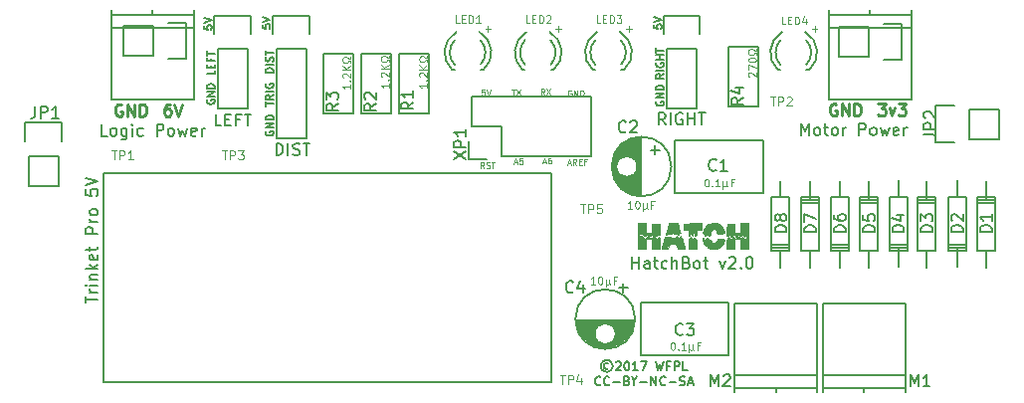
<source format=gto>
G04 #@! TF.FileFunction,Legend,Top*
%FSLAX46Y46*%
G04 Gerber Fmt 4.6, Leading zero omitted, Abs format (unit mm)*
G04 Created by KiCad (PCBNEW 4.0.5) date Thursday, March 02, 2017 'AMt' 11:59:14 AM*
%MOMM*%
%LPD*%
G01*
G04 APERTURE LIST*
%ADD10C,0.100000*%
%ADD11C,0.075000*%
%ADD12C,0.125000*%
%ADD13C,0.150000*%
%ADD14C,0.187500*%
%ADD15C,0.200000*%
%ADD16C,0.250000*%
%ADD17C,0.010000*%
G04 APERTURE END LIST*
D10*
D11*
X168302381Y-101556429D02*
X168797619Y-101556429D01*
X168550000Y-101804048D02*
X168550000Y-101308810D01*
X140522381Y-101556429D02*
X141017619Y-101556429D01*
X140770000Y-101804048D02*
X140770000Y-101308810D01*
X146522381Y-101556429D02*
X147017619Y-101556429D01*
X146770000Y-101804048D02*
X146770000Y-101308810D01*
X152512381Y-101556429D02*
X153007619Y-101556429D01*
X152760000Y-101804048D02*
X152760000Y-101308810D01*
D12*
X140436191Y-113386190D02*
X140269524Y-113148095D01*
X140150477Y-113386190D02*
X140150477Y-112886190D01*
X140340953Y-112886190D01*
X140388572Y-112910000D01*
X140412381Y-112933810D01*
X140436191Y-112981429D01*
X140436191Y-113052857D01*
X140412381Y-113100476D01*
X140388572Y-113124286D01*
X140340953Y-113148095D01*
X140150477Y-113148095D01*
X140626667Y-113362381D02*
X140698096Y-113386190D01*
X140817143Y-113386190D01*
X140864762Y-113362381D01*
X140888572Y-113338571D01*
X140912381Y-113290952D01*
X140912381Y-113243333D01*
X140888572Y-113195714D01*
X140864762Y-113171905D01*
X140817143Y-113148095D01*
X140721905Y-113124286D01*
X140674286Y-113100476D01*
X140650477Y-113076667D01*
X140626667Y-113029048D01*
X140626667Y-112981429D01*
X140650477Y-112933810D01*
X140674286Y-112910000D01*
X140721905Y-112886190D01*
X140840953Y-112886190D01*
X140912381Y-112910000D01*
X141055238Y-112886190D02*
X141340952Y-112886190D01*
X141198095Y-113386190D02*
X141198095Y-112886190D01*
X140464763Y-106706190D02*
X140226668Y-106706190D01*
X140202858Y-106944286D01*
X140226668Y-106920476D01*
X140274287Y-106896667D01*
X140393334Y-106896667D01*
X140440953Y-106920476D01*
X140464763Y-106944286D01*
X140488572Y-106991905D01*
X140488572Y-107110952D01*
X140464763Y-107158571D01*
X140440953Y-107182381D01*
X140393334Y-107206190D01*
X140274287Y-107206190D01*
X140226668Y-107182381D01*
X140202858Y-107158571D01*
X140631429Y-106706190D02*
X140798096Y-107206190D01*
X140964762Y-106706190D01*
X147869047Y-106790000D02*
X147821428Y-106766190D01*
X147750000Y-106766190D01*
X147678571Y-106790000D01*
X147630952Y-106837619D01*
X147607143Y-106885238D01*
X147583333Y-106980476D01*
X147583333Y-107051905D01*
X147607143Y-107147143D01*
X147630952Y-107194762D01*
X147678571Y-107242381D01*
X147750000Y-107266190D01*
X147797619Y-107266190D01*
X147869047Y-107242381D01*
X147892857Y-107218571D01*
X147892857Y-107051905D01*
X147797619Y-107051905D01*
X148107143Y-107266190D02*
X148107143Y-106766190D01*
X148392857Y-107266190D01*
X148392857Y-106766190D01*
X148630953Y-107266190D02*
X148630953Y-106766190D01*
X148750000Y-106766190D01*
X148821429Y-106790000D01*
X148869048Y-106837619D01*
X148892857Y-106885238D01*
X148916667Y-106980476D01*
X148916667Y-107051905D01*
X148892857Y-107147143D01*
X148869048Y-107194762D01*
X148821429Y-107242381D01*
X148750000Y-107266190D01*
X148630953Y-107266190D01*
D13*
X122511248Y-105242943D02*
X121861248Y-105242943D01*
X121861248Y-105088181D01*
X121892200Y-104995324D01*
X121954105Y-104933419D01*
X122016010Y-104902467D01*
X122139819Y-104871515D01*
X122232676Y-104871515D01*
X122356486Y-104902467D01*
X122418390Y-104933419D01*
X122480295Y-104995324D01*
X122511248Y-105088181D01*
X122511248Y-105242943D01*
X122511248Y-104592943D02*
X121861248Y-104592943D01*
X122480295Y-104314371D02*
X122511248Y-104221514D01*
X122511248Y-104066752D01*
X122480295Y-104004848D01*
X122449343Y-103973895D01*
X122387438Y-103942943D01*
X122325533Y-103942943D01*
X122263629Y-103973895D01*
X122232676Y-104004848D01*
X122201724Y-104066752D01*
X122170771Y-104190562D01*
X122139819Y-104252467D01*
X122108867Y-104283419D01*
X122046962Y-104314371D01*
X121985057Y-104314371D01*
X121923152Y-104283419D01*
X121892200Y-104252467D01*
X121861248Y-104190562D01*
X121861248Y-104035800D01*
X121892200Y-103942943D01*
X121861248Y-103757228D02*
X121861248Y-103385800D01*
X122511248Y-103571514D02*
X121861248Y-103571514D01*
D14*
X152630952Y-123591429D02*
X151869047Y-123591429D01*
X152249999Y-123972381D02*
X152249999Y-123210476D01*
D13*
X151007199Y-130031157D02*
X150935771Y-129995443D01*
X150792914Y-129995443D01*
X150721485Y-130031157D01*
X150650056Y-130102586D01*
X150614342Y-130174014D01*
X150614342Y-130316871D01*
X150650056Y-130388300D01*
X150721485Y-130459729D01*
X150792914Y-130495443D01*
X150935771Y-130495443D01*
X151007199Y-130459729D01*
X150864342Y-129745443D02*
X150685771Y-129781157D01*
X150507199Y-129888300D01*
X150400056Y-130066871D01*
X150364342Y-130245443D01*
X150400056Y-130424014D01*
X150507199Y-130602586D01*
X150685771Y-130709729D01*
X150864342Y-130745443D01*
X151042914Y-130709729D01*
X151221485Y-130602586D01*
X151328628Y-130424014D01*
X151364342Y-130245443D01*
X151328628Y-130066871D01*
X151221485Y-129888300D01*
X151042914Y-129781157D01*
X150864342Y-129745443D01*
X151650056Y-129924014D02*
X151685770Y-129888300D01*
X151757199Y-129852586D01*
X151935770Y-129852586D01*
X152007199Y-129888300D01*
X152042913Y-129924014D01*
X152078628Y-129995443D01*
X152078628Y-130066871D01*
X152042913Y-130174014D01*
X151614342Y-130602586D01*
X152078628Y-130602586D01*
X152542914Y-129852586D02*
X152614342Y-129852586D01*
X152685771Y-129888300D01*
X152721485Y-129924014D01*
X152757199Y-129995443D01*
X152792914Y-130138300D01*
X152792914Y-130316871D01*
X152757199Y-130459729D01*
X152721485Y-130531157D01*
X152685771Y-130566871D01*
X152614342Y-130602586D01*
X152542914Y-130602586D01*
X152471485Y-130566871D01*
X152435771Y-130531157D01*
X152400056Y-130459729D01*
X152364342Y-130316871D01*
X152364342Y-130138300D01*
X152400056Y-129995443D01*
X152435771Y-129924014D01*
X152471485Y-129888300D01*
X152542914Y-129852586D01*
X153507200Y-130602586D02*
X153078628Y-130602586D01*
X153292914Y-130602586D02*
X153292914Y-129852586D01*
X153221485Y-129959729D01*
X153150057Y-130031157D01*
X153078628Y-130066871D01*
X153757200Y-129852586D02*
X154257200Y-129852586D01*
X153935771Y-130602586D01*
X155042915Y-129852586D02*
X155221486Y-130602586D01*
X155364343Y-130066871D01*
X155507201Y-130602586D01*
X155685772Y-129852586D01*
X156221486Y-130209729D02*
X155971486Y-130209729D01*
X155971486Y-130602586D02*
X155971486Y-129852586D01*
X156328629Y-129852586D01*
X156614343Y-130602586D02*
X156614343Y-129852586D01*
X156900058Y-129852586D01*
X156971486Y-129888300D01*
X157007201Y-129924014D01*
X157042915Y-129995443D01*
X157042915Y-130102586D01*
X157007201Y-130174014D01*
X156971486Y-130209729D01*
X156900058Y-130245443D01*
X156614343Y-130245443D01*
X157721486Y-130602586D02*
X157364343Y-130602586D01*
X157364343Y-129852586D01*
X150328630Y-131806157D02*
X150292916Y-131841871D01*
X150185773Y-131877586D01*
X150114344Y-131877586D01*
X150007201Y-131841871D01*
X149935773Y-131770443D01*
X149900058Y-131699014D01*
X149864344Y-131556157D01*
X149864344Y-131449014D01*
X149900058Y-131306157D01*
X149935773Y-131234729D01*
X150007201Y-131163300D01*
X150114344Y-131127586D01*
X150185773Y-131127586D01*
X150292916Y-131163300D01*
X150328630Y-131199014D01*
X151078630Y-131806157D02*
X151042916Y-131841871D01*
X150935773Y-131877586D01*
X150864344Y-131877586D01*
X150757201Y-131841871D01*
X150685773Y-131770443D01*
X150650058Y-131699014D01*
X150614344Y-131556157D01*
X150614344Y-131449014D01*
X150650058Y-131306157D01*
X150685773Y-131234729D01*
X150757201Y-131163300D01*
X150864344Y-131127586D01*
X150935773Y-131127586D01*
X151042916Y-131163300D01*
X151078630Y-131199014D01*
X151400058Y-131591871D02*
X151971487Y-131591871D01*
X152578629Y-131484729D02*
X152685772Y-131520443D01*
X152721487Y-131556157D01*
X152757201Y-131627586D01*
X152757201Y-131734729D01*
X152721487Y-131806157D01*
X152685772Y-131841871D01*
X152614344Y-131877586D01*
X152328629Y-131877586D01*
X152328629Y-131127586D01*
X152578629Y-131127586D01*
X152650058Y-131163300D01*
X152685772Y-131199014D01*
X152721487Y-131270443D01*
X152721487Y-131341871D01*
X152685772Y-131413300D01*
X152650058Y-131449014D01*
X152578629Y-131484729D01*
X152328629Y-131484729D01*
X153221487Y-131520443D02*
X153221487Y-131877586D01*
X152971487Y-131127586D02*
X153221487Y-131520443D01*
X153471487Y-131127586D01*
X153721486Y-131591871D02*
X154292915Y-131591871D01*
X154650057Y-131877586D02*
X154650057Y-131127586D01*
X155078629Y-131877586D01*
X155078629Y-131127586D01*
X155864343Y-131806157D02*
X155828629Y-131841871D01*
X155721486Y-131877586D01*
X155650057Y-131877586D01*
X155542914Y-131841871D01*
X155471486Y-131770443D01*
X155435771Y-131699014D01*
X155400057Y-131556157D01*
X155400057Y-131449014D01*
X155435771Y-131306157D01*
X155471486Y-131234729D01*
X155542914Y-131163300D01*
X155650057Y-131127586D01*
X155721486Y-131127586D01*
X155828629Y-131163300D01*
X155864343Y-131199014D01*
X156185771Y-131591871D02*
X156757200Y-131591871D01*
X157078628Y-131841871D02*
X157185771Y-131877586D01*
X157364342Y-131877586D01*
X157435771Y-131841871D01*
X157471485Y-131806157D01*
X157507200Y-131734729D01*
X157507200Y-131663300D01*
X157471485Y-131591871D01*
X157435771Y-131556157D01*
X157364342Y-131520443D01*
X157221485Y-131484729D01*
X157150057Y-131449014D01*
X157114342Y-131413300D01*
X157078628Y-131341871D01*
X157078628Y-131270443D01*
X157114342Y-131199014D01*
X157150057Y-131163300D01*
X157221485Y-131127586D01*
X157400057Y-131127586D01*
X157507200Y-131163300D01*
X157792914Y-131663300D02*
X158150057Y-131663300D01*
X157721486Y-131877586D02*
X157971486Y-131127586D01*
X158221486Y-131877586D01*
D15*
X153044761Y-121942381D02*
X153044761Y-120942381D01*
X153044761Y-121418571D02*
X153616190Y-121418571D01*
X153616190Y-121942381D02*
X153616190Y-120942381D01*
X154520952Y-121942381D02*
X154520952Y-121418571D01*
X154473333Y-121323333D01*
X154378095Y-121275714D01*
X154187618Y-121275714D01*
X154092380Y-121323333D01*
X154520952Y-121894762D02*
X154425714Y-121942381D01*
X154187618Y-121942381D01*
X154092380Y-121894762D01*
X154044761Y-121799524D01*
X154044761Y-121704286D01*
X154092380Y-121609048D01*
X154187618Y-121561429D01*
X154425714Y-121561429D01*
X154520952Y-121513810D01*
X154854285Y-121275714D02*
X155235237Y-121275714D01*
X154997142Y-120942381D02*
X154997142Y-121799524D01*
X155044761Y-121894762D01*
X155139999Y-121942381D01*
X155235237Y-121942381D01*
X155997143Y-121894762D02*
X155901905Y-121942381D01*
X155711428Y-121942381D01*
X155616190Y-121894762D01*
X155568571Y-121847143D01*
X155520952Y-121751905D01*
X155520952Y-121466190D01*
X155568571Y-121370952D01*
X155616190Y-121323333D01*
X155711428Y-121275714D01*
X155901905Y-121275714D01*
X155997143Y-121323333D01*
X156425714Y-121942381D02*
X156425714Y-120942381D01*
X156854286Y-121942381D02*
X156854286Y-121418571D01*
X156806667Y-121323333D01*
X156711429Y-121275714D01*
X156568571Y-121275714D01*
X156473333Y-121323333D01*
X156425714Y-121370952D01*
X157663810Y-121418571D02*
X157806667Y-121466190D01*
X157854286Y-121513810D01*
X157901905Y-121609048D01*
X157901905Y-121751905D01*
X157854286Y-121847143D01*
X157806667Y-121894762D01*
X157711429Y-121942381D01*
X157330476Y-121942381D01*
X157330476Y-120942381D01*
X157663810Y-120942381D01*
X157759048Y-120990000D01*
X157806667Y-121037619D01*
X157854286Y-121132857D01*
X157854286Y-121228095D01*
X157806667Y-121323333D01*
X157759048Y-121370952D01*
X157663810Y-121418571D01*
X157330476Y-121418571D01*
X158473333Y-121942381D02*
X158378095Y-121894762D01*
X158330476Y-121847143D01*
X158282857Y-121751905D01*
X158282857Y-121466190D01*
X158330476Y-121370952D01*
X158378095Y-121323333D01*
X158473333Y-121275714D01*
X158616191Y-121275714D01*
X158711429Y-121323333D01*
X158759048Y-121370952D01*
X158806667Y-121466190D01*
X158806667Y-121751905D01*
X158759048Y-121847143D01*
X158711429Y-121894762D01*
X158616191Y-121942381D01*
X158473333Y-121942381D01*
X159092381Y-121275714D02*
X159473333Y-121275714D01*
X159235238Y-120942381D02*
X159235238Y-121799524D01*
X159282857Y-121894762D01*
X159378095Y-121942381D01*
X159473333Y-121942381D01*
X160473334Y-121275714D02*
X160711429Y-121942381D01*
X160949525Y-121275714D01*
X161282858Y-121037619D02*
X161330477Y-120990000D01*
X161425715Y-120942381D01*
X161663811Y-120942381D01*
X161759049Y-120990000D01*
X161806668Y-121037619D01*
X161854287Y-121132857D01*
X161854287Y-121228095D01*
X161806668Y-121370952D01*
X161235239Y-121942381D01*
X161854287Y-121942381D01*
X162282858Y-121847143D02*
X162330477Y-121894762D01*
X162282858Y-121942381D01*
X162235239Y-121894762D01*
X162282858Y-121847143D01*
X162282858Y-121942381D01*
X162949524Y-120942381D02*
X163044763Y-120942381D01*
X163140001Y-120990000D01*
X163187620Y-121037619D01*
X163235239Y-121132857D01*
X163282858Y-121323333D01*
X163282858Y-121561429D01*
X163235239Y-121751905D01*
X163187620Y-121847143D01*
X163140001Y-121894762D01*
X163044763Y-121942381D01*
X162949524Y-121942381D01*
X162854286Y-121894762D01*
X162806667Y-121847143D01*
X162759048Y-121751905D01*
X162711429Y-121561429D01*
X162711429Y-121323333D01*
X162759048Y-121132857D01*
X162806667Y-121037619D01*
X162854286Y-120990000D01*
X162949524Y-120942381D01*
D14*
X155350952Y-111871429D02*
X154589047Y-111871429D01*
X154969999Y-112252381D02*
X154969999Y-111490476D01*
D12*
X145566667Y-107156190D02*
X145400000Y-106918095D01*
X145280953Y-107156190D02*
X145280953Y-106656190D01*
X145471429Y-106656190D01*
X145519048Y-106680000D01*
X145542857Y-106703810D01*
X145566667Y-106751429D01*
X145566667Y-106822857D01*
X145542857Y-106870476D01*
X145519048Y-106894286D01*
X145471429Y-106918095D01*
X145280953Y-106918095D01*
X145733334Y-106656190D02*
X146066667Y-107156190D01*
X146066667Y-106656190D02*
X145733334Y-107156190D01*
X142779048Y-106676190D02*
X143064762Y-106676190D01*
X142921905Y-107176190D02*
X142921905Y-106676190D01*
X143183810Y-106676190D02*
X143517143Y-107176190D01*
X143517143Y-106676190D02*
X143183810Y-107176190D01*
X143002858Y-112903333D02*
X143240953Y-112903333D01*
X142955239Y-113046190D02*
X143121906Y-112546190D01*
X143288572Y-113046190D01*
X143693334Y-112546190D02*
X143455239Y-112546190D01*
X143431429Y-112784286D01*
X143455239Y-112760476D01*
X143502858Y-112736667D01*
X143621905Y-112736667D01*
X143669524Y-112760476D01*
X143693334Y-112784286D01*
X143717143Y-112831905D01*
X143717143Y-112950952D01*
X143693334Y-112998571D01*
X143669524Y-113022381D01*
X143621905Y-113046190D01*
X143502858Y-113046190D01*
X143455239Y-113022381D01*
X143431429Y-112998571D01*
X145432858Y-112873333D02*
X145670953Y-112873333D01*
X145385239Y-113016190D02*
X145551906Y-112516190D01*
X145718572Y-113016190D01*
X146099524Y-112516190D02*
X146004286Y-112516190D01*
X145956667Y-112540000D01*
X145932858Y-112563810D01*
X145885239Y-112635238D01*
X145861429Y-112730476D01*
X145861429Y-112920952D01*
X145885239Y-112968571D01*
X145909048Y-112992381D01*
X145956667Y-113016190D01*
X146051905Y-113016190D01*
X146099524Y-112992381D01*
X146123334Y-112968571D01*
X146147143Y-112920952D01*
X146147143Y-112801905D01*
X146123334Y-112754286D01*
X146099524Y-112730476D01*
X146051905Y-112706667D01*
X145956667Y-112706667D01*
X145909048Y-112730476D01*
X145885239Y-112754286D01*
X145861429Y-112801905D01*
X147550477Y-112963333D02*
X147788572Y-112963333D01*
X147502858Y-113106190D02*
X147669525Y-112606190D01*
X147836191Y-113106190D01*
X148288572Y-113106190D02*
X148121905Y-112868095D01*
X148002858Y-113106190D02*
X148002858Y-112606190D01*
X148193334Y-112606190D01*
X148240953Y-112630000D01*
X148264762Y-112653810D01*
X148288572Y-112701429D01*
X148288572Y-112772857D01*
X148264762Y-112820476D01*
X148240953Y-112844286D01*
X148193334Y-112868095D01*
X148002858Y-112868095D01*
X148502858Y-112844286D02*
X148669524Y-112844286D01*
X148740953Y-113106190D02*
X148502858Y-113106190D01*
X148502858Y-112606190D01*
X148740953Y-112606190D01*
X149121905Y-112844286D02*
X148955239Y-112844286D01*
X148955239Y-113106190D02*
X148955239Y-112606190D01*
X149193334Y-112606190D01*
D16*
X173959524Y-107922381D02*
X174578572Y-107922381D01*
X174245238Y-108303333D01*
X174388096Y-108303333D01*
X174483334Y-108350952D01*
X174530953Y-108398571D01*
X174578572Y-108493810D01*
X174578572Y-108731905D01*
X174530953Y-108827143D01*
X174483334Y-108874762D01*
X174388096Y-108922381D01*
X174102381Y-108922381D01*
X174007143Y-108874762D01*
X173959524Y-108827143D01*
X174911905Y-108255714D02*
X175150000Y-108922381D01*
X175388096Y-108255714D01*
X175673810Y-107922381D02*
X176292858Y-107922381D01*
X175959524Y-108303333D01*
X176102382Y-108303333D01*
X176197620Y-108350952D01*
X176245239Y-108398571D01*
X176292858Y-108493810D01*
X176292858Y-108731905D01*
X176245239Y-108827143D01*
X176197620Y-108874762D01*
X176102382Y-108922381D01*
X175816667Y-108922381D01*
X175721429Y-108874762D01*
X175673810Y-108827143D01*
X170398096Y-107970000D02*
X170302858Y-107922381D01*
X170160001Y-107922381D01*
X170017143Y-107970000D01*
X169921905Y-108065238D01*
X169874286Y-108160476D01*
X169826667Y-108350952D01*
X169826667Y-108493810D01*
X169874286Y-108684286D01*
X169921905Y-108779524D01*
X170017143Y-108874762D01*
X170160001Y-108922381D01*
X170255239Y-108922381D01*
X170398096Y-108874762D01*
X170445715Y-108827143D01*
X170445715Y-108493810D01*
X170255239Y-108493810D01*
X170874286Y-108922381D02*
X170874286Y-107922381D01*
X171445715Y-108922381D01*
X171445715Y-107922381D01*
X171921905Y-108922381D02*
X171921905Y-107922381D01*
X172160000Y-107922381D01*
X172302858Y-107970000D01*
X172398096Y-108065238D01*
X172445715Y-108160476D01*
X172493334Y-108350952D01*
X172493334Y-108493810D01*
X172445715Y-108684286D01*
X172398096Y-108779524D01*
X172302858Y-108874762D01*
X172160000Y-108922381D01*
X171921905Y-108922381D01*
X109615296Y-108010800D02*
X109520058Y-107963181D01*
X109377201Y-107963181D01*
X109234343Y-108010800D01*
X109139105Y-108106038D01*
X109091486Y-108201276D01*
X109043867Y-108391752D01*
X109043867Y-108534610D01*
X109091486Y-108725086D01*
X109139105Y-108820324D01*
X109234343Y-108915562D01*
X109377201Y-108963181D01*
X109472439Y-108963181D01*
X109615296Y-108915562D01*
X109662915Y-108867943D01*
X109662915Y-108534610D01*
X109472439Y-108534610D01*
X110091486Y-108963181D02*
X110091486Y-107963181D01*
X110662915Y-108963181D01*
X110662915Y-107963181D01*
X111139105Y-108963181D02*
X111139105Y-107963181D01*
X111377200Y-107963181D01*
X111520058Y-108010800D01*
X111615296Y-108106038D01*
X111662915Y-108201276D01*
X111710534Y-108391752D01*
X111710534Y-108534610D01*
X111662915Y-108725086D01*
X111615296Y-108820324D01*
X111520058Y-108915562D01*
X111377200Y-108963181D01*
X111139105Y-108963181D01*
X113709105Y-107963181D02*
X113518628Y-107963181D01*
X113423390Y-108010800D01*
X113375771Y-108058419D01*
X113280533Y-108201276D01*
X113232914Y-108391752D01*
X113232914Y-108772705D01*
X113280533Y-108867943D01*
X113328152Y-108915562D01*
X113423390Y-108963181D01*
X113613867Y-108963181D01*
X113709105Y-108915562D01*
X113756724Y-108867943D01*
X113804343Y-108772705D01*
X113804343Y-108534610D01*
X113756724Y-108439371D01*
X113709105Y-108391752D01*
X113613867Y-108344133D01*
X113423390Y-108344133D01*
X113328152Y-108391752D01*
X113280533Y-108439371D01*
X113232914Y-108534610D01*
X114090057Y-107963181D02*
X114423390Y-108963181D01*
X114756724Y-107963181D01*
D13*
X155102200Y-107726038D02*
X155071248Y-107787943D01*
X155071248Y-107880800D01*
X155102200Y-107973657D01*
X155164105Y-108035562D01*
X155226010Y-108066514D01*
X155349819Y-108097466D01*
X155442676Y-108097466D01*
X155566486Y-108066514D01*
X155628390Y-108035562D01*
X155690295Y-107973657D01*
X155721248Y-107880800D01*
X155721248Y-107818895D01*
X155690295Y-107726038D01*
X155659343Y-107695086D01*
X155442676Y-107695086D01*
X155442676Y-107818895D01*
X155721248Y-107416514D02*
X155071248Y-107416514D01*
X155721248Y-107045086D01*
X155071248Y-107045086D01*
X155721248Y-106735562D02*
X155071248Y-106735562D01*
X155071248Y-106580800D01*
X155102200Y-106487943D01*
X155164105Y-106426038D01*
X155226010Y-106395086D01*
X155349819Y-106364134D01*
X155442676Y-106364134D01*
X155566486Y-106395086D01*
X155628390Y-106426038D01*
X155690295Y-106487943D01*
X155721248Y-106580800D01*
X155721248Y-106735562D01*
X155721248Y-105387467D02*
X155411724Y-105604133D01*
X155721248Y-105758895D02*
X155071248Y-105758895D01*
X155071248Y-105511276D01*
X155102200Y-105449371D01*
X155133152Y-105418419D01*
X155195057Y-105387467D01*
X155287914Y-105387467D01*
X155349819Y-105418419D01*
X155380771Y-105449371D01*
X155411724Y-105511276D01*
X155411724Y-105758895D01*
X155721248Y-105108895D02*
X155071248Y-105108895D01*
X155102200Y-104458895D02*
X155071248Y-104520800D01*
X155071248Y-104613657D01*
X155102200Y-104706514D01*
X155164105Y-104768419D01*
X155226010Y-104799371D01*
X155349819Y-104830323D01*
X155442676Y-104830323D01*
X155566486Y-104799371D01*
X155628390Y-104768419D01*
X155690295Y-104706514D01*
X155721248Y-104613657D01*
X155721248Y-104551752D01*
X155690295Y-104458895D01*
X155659343Y-104427943D01*
X155442676Y-104427943D01*
X155442676Y-104551752D01*
X155721248Y-104149371D02*
X155071248Y-104149371D01*
X155380771Y-104149371D02*
X155380771Y-103777943D01*
X155721248Y-103777943D02*
X155071248Y-103777943D01*
X155071248Y-103561276D02*
X155071248Y-103189848D01*
X155721248Y-103375562D02*
X155071248Y-103375562D01*
X154891248Y-101184609D02*
X154891248Y-101494133D01*
X155200771Y-101525085D01*
X155169819Y-101494133D01*
X155138867Y-101432228D01*
X155138867Y-101277466D01*
X155169819Y-101215562D01*
X155200771Y-101184609D01*
X155262676Y-101153657D01*
X155417438Y-101153657D01*
X155479343Y-101184609D01*
X155510295Y-101215562D01*
X155541248Y-101277466D01*
X155541248Y-101432228D01*
X155510295Y-101494133D01*
X155479343Y-101525085D01*
X154891248Y-100967942D02*
X155541248Y-100751276D01*
X154891248Y-100534609D01*
X121571248Y-101194609D02*
X121571248Y-101504133D01*
X121880771Y-101535085D01*
X121849819Y-101504133D01*
X121818867Y-101442228D01*
X121818867Y-101287466D01*
X121849819Y-101225562D01*
X121880771Y-101194609D01*
X121942676Y-101163657D01*
X122097438Y-101163657D01*
X122159343Y-101194609D01*
X122190295Y-101225562D01*
X122221248Y-101287466D01*
X122221248Y-101442228D01*
X122190295Y-101504133D01*
X122159343Y-101535085D01*
X121571248Y-100977942D02*
X122221248Y-100761276D01*
X121571248Y-100544609D01*
X121861248Y-108111276D02*
X121861248Y-107739848D01*
X122511248Y-107925562D02*
X121861248Y-107925562D01*
X122511248Y-107151753D02*
X122201724Y-107368419D01*
X122511248Y-107523181D02*
X121861248Y-107523181D01*
X121861248Y-107275562D01*
X121892200Y-107213657D01*
X121923152Y-107182705D01*
X121985057Y-107151753D01*
X122077914Y-107151753D01*
X122139819Y-107182705D01*
X122170771Y-107213657D01*
X122201724Y-107275562D01*
X122201724Y-107523181D01*
X122511248Y-106873181D02*
X121861248Y-106873181D01*
X121892200Y-106223181D02*
X121861248Y-106285086D01*
X121861248Y-106377943D01*
X121892200Y-106470800D01*
X121954105Y-106532705D01*
X122016010Y-106563657D01*
X122139819Y-106594609D01*
X122232676Y-106594609D01*
X122356486Y-106563657D01*
X122418390Y-106532705D01*
X122480295Y-106470800D01*
X122511248Y-106377943D01*
X122511248Y-106316038D01*
X122480295Y-106223181D01*
X122449343Y-106192229D01*
X122232676Y-106192229D01*
X122232676Y-106316038D01*
X121892200Y-110266038D02*
X121861248Y-110327943D01*
X121861248Y-110420800D01*
X121892200Y-110513657D01*
X121954105Y-110575562D01*
X122016010Y-110606514D01*
X122139819Y-110637466D01*
X122232676Y-110637466D01*
X122356486Y-110606514D01*
X122418390Y-110575562D01*
X122480295Y-110513657D01*
X122511248Y-110420800D01*
X122511248Y-110358895D01*
X122480295Y-110266038D01*
X122449343Y-110235086D01*
X122232676Y-110235086D01*
X122232676Y-110358895D01*
X122511248Y-109956514D02*
X121861248Y-109956514D01*
X122511248Y-109585086D01*
X121861248Y-109585086D01*
X122511248Y-109275562D02*
X121861248Y-109275562D01*
X121861248Y-109120800D01*
X121892200Y-109027943D01*
X121954105Y-108966038D01*
X122016010Y-108935086D01*
X122139819Y-108904134D01*
X122232676Y-108904134D01*
X122356486Y-108935086D01*
X122418390Y-108966038D01*
X122480295Y-109027943D01*
X122511248Y-109120800D01*
X122511248Y-109275562D01*
X116892200Y-107586038D02*
X116861248Y-107647943D01*
X116861248Y-107740800D01*
X116892200Y-107833657D01*
X116954105Y-107895562D01*
X117016010Y-107926514D01*
X117139819Y-107957466D01*
X117232676Y-107957466D01*
X117356486Y-107926514D01*
X117418390Y-107895562D01*
X117480295Y-107833657D01*
X117511248Y-107740800D01*
X117511248Y-107678895D01*
X117480295Y-107586038D01*
X117449343Y-107555086D01*
X117232676Y-107555086D01*
X117232676Y-107678895D01*
X117511248Y-107276514D02*
X116861248Y-107276514D01*
X117511248Y-106905086D01*
X116861248Y-106905086D01*
X117511248Y-106595562D02*
X116861248Y-106595562D01*
X116861248Y-106440800D01*
X116892200Y-106347943D01*
X116954105Y-106286038D01*
X117016010Y-106255086D01*
X117139819Y-106224134D01*
X117232676Y-106224134D01*
X117356486Y-106255086D01*
X117418390Y-106286038D01*
X117480295Y-106347943D01*
X117511248Y-106440800D01*
X117511248Y-106595562D01*
X117511248Y-105089847D02*
X117511248Y-105399371D01*
X116861248Y-105399371D01*
X117170771Y-104873181D02*
X117170771Y-104656514D01*
X117511248Y-104563657D02*
X117511248Y-104873181D01*
X116861248Y-104873181D01*
X116861248Y-104563657D01*
X117170771Y-104068419D02*
X117170771Y-104285086D01*
X117511248Y-104285086D02*
X116861248Y-104285086D01*
X116861248Y-103975562D01*
X116861248Y-103820800D02*
X116861248Y-103449372D01*
X117511248Y-103635086D02*
X116861248Y-103635086D01*
X116591248Y-101254609D02*
X116591248Y-101564133D01*
X116900771Y-101595085D01*
X116869819Y-101564133D01*
X116838867Y-101502228D01*
X116838867Y-101347466D01*
X116869819Y-101285562D01*
X116900771Y-101254609D01*
X116962676Y-101223657D01*
X117117438Y-101223657D01*
X117179343Y-101254609D01*
X117210295Y-101285562D01*
X117241248Y-101347466D01*
X117241248Y-101502228D01*
X117210295Y-101564133D01*
X117179343Y-101595085D01*
X116591248Y-101037942D02*
X117241248Y-100821276D01*
X116591248Y-100604609D01*
X108037200Y-131630800D02*
X108037200Y-113850800D01*
X108037200Y-113850800D02*
X146137200Y-113850800D01*
X146137200Y-113850800D02*
X146137200Y-131630800D01*
X146137200Y-131630800D02*
X108037200Y-131630800D01*
X141947200Y-112390800D02*
X149567200Y-112390800D01*
X149567200Y-112390800D02*
X149567200Y-107310800D01*
X149567200Y-107310800D02*
X139407200Y-107310800D01*
X139407200Y-107310800D02*
X139407200Y-109850800D01*
X139127200Y-111120800D02*
X139127200Y-112670800D01*
X139407200Y-109850800D02*
X141947200Y-109850800D01*
X141947200Y-109850800D02*
X141947200Y-112390800D01*
X139127200Y-112670800D02*
X140677200Y-112670800D01*
X140341200Y-105059800D02*
X140141200Y-105059800D01*
X137747200Y-105059800D02*
X137927200Y-105059800D01*
X138057557Y-101832056D02*
G75*
G03X137741200Y-105059800I1003643J-1727744D01*
G01*
X137928132Y-102507794D02*
G75*
G03X137927200Y-104610800I1133068J-1052006D01*
G01*
X140367926Y-105047020D02*
G75*
G03X140021200Y-101809800I-1306726J1497220D01*
G01*
X140140453Y-104573689D02*
G75*
G03X140121200Y-102525800I-1079253J1013889D01*
G01*
X156657200Y-111010800D02*
X164157200Y-111010800D01*
X164157200Y-111010800D02*
X164157200Y-115510800D01*
X164157200Y-115510800D02*
X156657200Y-115510800D01*
X156657200Y-115510800D02*
X156657200Y-111010800D01*
X153239000Y-126325000D02*
X148241000Y-126325000D01*
X153231000Y-126465000D02*
X148249000Y-126465000D01*
X153215000Y-126605000D02*
X150835000Y-126605000D01*
X150645000Y-126605000D02*
X148265000Y-126605000D01*
X153191000Y-126745000D02*
X151230000Y-126745000D01*
X150250000Y-126745000D02*
X148289000Y-126745000D01*
X153158000Y-126885000D02*
X151397000Y-126885000D01*
X150083000Y-126885000D02*
X148322000Y-126885000D01*
X153117000Y-127025000D02*
X151504000Y-127025000D01*
X149976000Y-127025000D02*
X148363000Y-127025000D01*
X153067000Y-127165000D02*
X151575000Y-127165000D01*
X149905000Y-127165000D02*
X148413000Y-127165000D01*
X153006000Y-127305000D02*
X151619000Y-127305000D01*
X149861000Y-127305000D02*
X148474000Y-127305000D01*
X152936000Y-127445000D02*
X151638000Y-127445000D01*
X149842000Y-127445000D02*
X148544000Y-127445000D01*
X152854000Y-127585000D02*
X151636000Y-127585000D01*
X149844000Y-127585000D02*
X148626000Y-127585000D01*
X152759000Y-127725000D02*
X151611000Y-127725000D01*
X149869000Y-127725000D02*
X148721000Y-127725000D01*
X152648000Y-127865000D02*
X151563000Y-127865000D01*
X149917000Y-127865000D02*
X148832000Y-127865000D01*
X152520000Y-128005000D02*
X151485000Y-128005000D01*
X149995000Y-128005000D02*
X148960000Y-128005000D01*
X152371000Y-128145000D02*
X151368000Y-128145000D01*
X150112000Y-128145000D02*
X149109000Y-128145000D01*
X152192000Y-128285000D02*
X151180000Y-128285000D01*
X150300000Y-128285000D02*
X149288000Y-128285000D01*
X151973000Y-128425000D02*
X149507000Y-128425000D01*
X151684000Y-128565000D02*
X149796000Y-128565000D01*
X151212000Y-128705000D02*
X150268000Y-128705000D01*
X151640000Y-127500000D02*
G75*
G03X151640000Y-127500000I-900000J0D01*
G01*
X153277500Y-126250000D02*
G75*
G03X153277500Y-126250000I-2537500J0D01*
G01*
X168061200Y-105059800D02*
X167861200Y-105059800D01*
X165467200Y-105059800D02*
X165647200Y-105059800D01*
X165777557Y-101832056D02*
G75*
G03X165461200Y-105059800I1003643J-1727744D01*
G01*
X165648132Y-102507794D02*
G75*
G03X165647200Y-104610800I1133068J-1052006D01*
G01*
X168087926Y-105047020D02*
G75*
G03X167741200Y-101809800I-1306726J1497220D01*
G01*
X167860453Y-104573689D02*
G75*
G03X167841200Y-102525800I-1079253J1013889D01*
G01*
X153752200Y-115759800D02*
X153752200Y-110761800D01*
X153612200Y-115751800D02*
X153612200Y-110769800D01*
X153472200Y-115735800D02*
X153472200Y-113355800D01*
X153472200Y-113165800D02*
X153472200Y-110785800D01*
X153332200Y-115711800D02*
X153332200Y-113750800D01*
X153332200Y-112770800D02*
X153332200Y-110809800D01*
X153192200Y-115678800D02*
X153192200Y-113917800D01*
X153192200Y-112603800D02*
X153192200Y-110842800D01*
X153052200Y-115637800D02*
X153052200Y-114024800D01*
X153052200Y-112496800D02*
X153052200Y-110883800D01*
X152912200Y-115587800D02*
X152912200Y-114095800D01*
X152912200Y-112425800D02*
X152912200Y-110933800D01*
X152772200Y-115526800D02*
X152772200Y-114139800D01*
X152772200Y-112381800D02*
X152772200Y-110994800D01*
X152632200Y-115456800D02*
X152632200Y-114158800D01*
X152632200Y-112362800D02*
X152632200Y-111064800D01*
X152492200Y-115374800D02*
X152492200Y-114156800D01*
X152492200Y-112364800D02*
X152492200Y-111146800D01*
X152352200Y-115279800D02*
X152352200Y-114131800D01*
X152352200Y-112389800D02*
X152352200Y-111241800D01*
X152212200Y-115168800D02*
X152212200Y-114083800D01*
X152212200Y-112437800D02*
X152212200Y-111352800D01*
X152072200Y-115040800D02*
X152072200Y-114005800D01*
X152072200Y-112515800D02*
X152072200Y-111480800D01*
X151932200Y-114891800D02*
X151932200Y-113888800D01*
X151932200Y-112632800D02*
X151932200Y-111629800D01*
X151792200Y-114712800D02*
X151792200Y-113700800D01*
X151792200Y-112820800D02*
X151792200Y-111808800D01*
X151652200Y-114493800D02*
X151652200Y-112027800D01*
X151512200Y-114204800D02*
X151512200Y-112316800D01*
X151372200Y-113732800D02*
X151372200Y-112788800D01*
X153477200Y-113260800D02*
G75*
G03X153477200Y-113260800I-900000J0D01*
G01*
X156364700Y-113260800D02*
G75*
G03X156364700Y-113260800I-2537500J0D01*
G01*
X172767200Y-132090800D02*
X172767200Y-132490800D01*
X169267200Y-130990800D02*
X176267200Y-130990800D01*
X169267200Y-132090800D02*
X176267200Y-132090800D01*
X169267200Y-124890800D02*
X169267200Y-132490800D01*
X176267200Y-132490800D02*
X176267200Y-124890800D01*
X176267200Y-124890800D02*
X169267200Y-124890800D01*
X153737200Y-124850800D02*
X161237200Y-124850800D01*
X161237200Y-124850800D02*
X161237200Y-129350800D01*
X161237200Y-129350800D02*
X153737200Y-129350800D01*
X153737200Y-129350800D02*
X153737200Y-124850800D01*
X183122540Y-120446520D02*
X183122540Y-121843520D01*
X183122540Y-116001520D02*
X183122540Y-114477520D01*
X183884540Y-116382520D02*
X182360540Y-116382520D01*
X183884540Y-116128520D02*
X182360540Y-116128520D01*
X183122540Y-115874520D02*
X182360540Y-115874520D01*
X182360540Y-115874520D02*
X182360540Y-120446520D01*
X182360540Y-120446520D02*
X183884540Y-120446520D01*
X183884540Y-120446520D02*
X183884540Y-115874520D01*
X183884540Y-115874520D02*
X183122540Y-115874520D01*
X180657460Y-115853480D02*
X180657460Y-114456480D01*
X180657460Y-120298480D02*
X180657460Y-121822480D01*
X179895460Y-119917480D02*
X181419460Y-119917480D01*
X179895460Y-120171480D02*
X181419460Y-120171480D01*
X180657460Y-120425480D02*
X181419460Y-120425480D01*
X181419460Y-120425480D02*
X181419460Y-115853480D01*
X181419460Y-115853480D02*
X179895460Y-115853480D01*
X179895460Y-115853480D02*
X179895460Y-120425480D01*
X179895460Y-120425480D02*
X180657460Y-120425480D01*
X178102540Y-120446520D02*
X178102540Y-121843520D01*
X178102540Y-116001520D02*
X178102540Y-114477520D01*
X178864540Y-116382520D02*
X177340540Y-116382520D01*
X178864540Y-116128520D02*
X177340540Y-116128520D01*
X178102540Y-115874520D02*
X177340540Y-115874520D01*
X177340540Y-115874520D02*
X177340540Y-120446520D01*
X177340540Y-120446520D02*
X178864540Y-120446520D01*
X178864540Y-120446520D02*
X178864540Y-115874520D01*
X178864540Y-115874520D02*
X178102540Y-115874520D01*
X175667460Y-115853480D02*
X175667460Y-114456480D01*
X175667460Y-120298480D02*
X175667460Y-121822480D01*
X174905460Y-119917480D02*
X176429460Y-119917480D01*
X174905460Y-120171480D02*
X176429460Y-120171480D01*
X175667460Y-120425480D02*
X176429460Y-120425480D01*
X176429460Y-120425480D02*
X176429460Y-115853480D01*
X176429460Y-115853480D02*
X174905460Y-115853480D01*
X174905460Y-115853480D02*
X174905460Y-120425480D01*
X174905460Y-120425480D02*
X175667460Y-120425480D01*
X173192540Y-120446520D02*
X173192540Y-121843520D01*
X173192540Y-116001520D02*
X173192540Y-114477520D01*
X173954540Y-116382520D02*
X172430540Y-116382520D01*
X173954540Y-116128520D02*
X172430540Y-116128520D01*
X173192540Y-115874520D02*
X172430540Y-115874520D01*
X172430540Y-115874520D02*
X172430540Y-120446520D01*
X172430540Y-120446520D02*
X173954540Y-120446520D01*
X173954540Y-120446520D02*
X173954540Y-115874520D01*
X173954540Y-115874520D02*
X173192540Y-115874520D01*
X170664660Y-115864280D02*
X170664660Y-114467280D01*
X170664660Y-120309280D02*
X170664660Y-121833280D01*
X169902660Y-119928280D02*
X171426660Y-119928280D01*
X169902660Y-120182280D02*
X171426660Y-120182280D01*
X170664660Y-120436280D02*
X171426660Y-120436280D01*
X171426660Y-120436280D02*
X171426660Y-115864280D01*
X171426660Y-115864280D02*
X169902660Y-115864280D01*
X169902660Y-115864280D02*
X169902660Y-120436280D01*
X169902660Y-120436280D02*
X170664660Y-120436280D01*
X168189740Y-120457320D02*
X168189740Y-121854320D01*
X168189740Y-116012320D02*
X168189740Y-114488320D01*
X168951740Y-116393320D02*
X167427740Y-116393320D01*
X168951740Y-116139320D02*
X167427740Y-116139320D01*
X168189740Y-115885320D02*
X167427740Y-115885320D01*
X167427740Y-115885320D02*
X167427740Y-120457320D01*
X167427740Y-120457320D02*
X168951740Y-120457320D01*
X168951740Y-120457320D02*
X168951740Y-115885320D01*
X168951740Y-115885320D02*
X168189740Y-115885320D01*
X165664660Y-115864280D02*
X165664660Y-114467280D01*
X165664660Y-120309280D02*
X165664660Y-121833280D01*
X164902660Y-119928280D02*
X166426660Y-119928280D01*
X164902660Y-120182280D02*
X166426660Y-120182280D01*
X165664660Y-120436280D02*
X166426660Y-120436280D01*
X166426660Y-120436280D02*
X166426660Y-115864280D01*
X166426660Y-115864280D02*
X164902660Y-115864280D01*
X164902660Y-115864280D02*
X164902660Y-120436280D01*
X164902660Y-120436280D02*
X165664660Y-120436280D01*
X112227200Y-100370800D02*
X112227200Y-99970800D01*
X115727200Y-101470800D02*
X108727200Y-101470800D01*
X115727200Y-100370800D02*
X108727200Y-100370800D01*
X115727200Y-107570800D02*
X115727200Y-99970800D01*
X108727200Y-99970800D02*
X108727200Y-107570800D01*
X108727200Y-107570800D02*
X115727200Y-107570800D01*
X165257200Y-132090800D02*
X165257200Y-132490800D01*
X161757200Y-130990800D02*
X168757200Y-130990800D01*
X161757200Y-132090800D02*
X168757200Y-132090800D01*
X161757200Y-124890800D02*
X161757200Y-132490800D01*
X168757200Y-132490800D02*
X168757200Y-124890800D01*
X168757200Y-124890800D02*
X161757200Y-124890800D01*
X173287200Y-100370800D02*
X173287200Y-99970800D01*
X176787200Y-101470800D02*
X169787200Y-101470800D01*
X176787200Y-100370800D02*
X169787200Y-100370800D01*
X176787200Y-107570800D02*
X176787200Y-99970800D01*
X169787200Y-99970800D02*
X169787200Y-107570800D01*
X169787200Y-107570800D02*
X176787200Y-107570800D01*
X122747200Y-103280800D02*
X122747200Y-110900800D01*
X125287200Y-103280800D02*
X125287200Y-110900800D01*
X125567200Y-100460800D02*
X125567200Y-102010800D01*
X122747200Y-110900800D02*
X125287200Y-110900800D01*
X125287200Y-103280800D02*
X122747200Y-103280800D01*
X122467200Y-102010800D02*
X122467200Y-100460800D01*
X122467200Y-100460800D02*
X125567200Y-100460800D01*
X117747200Y-103280800D02*
X117747200Y-108360800D01*
X117747200Y-108360800D02*
X120287200Y-108360800D01*
X120287200Y-108360800D02*
X120287200Y-103280800D01*
X120567200Y-100460800D02*
X120567200Y-102010800D01*
X120287200Y-103280800D02*
X117747200Y-103280800D01*
X117467200Y-102010800D02*
X117467200Y-100460800D01*
X117467200Y-100460800D02*
X120567200Y-100460800D01*
X155987200Y-103270800D02*
X155987200Y-108350800D01*
X155987200Y-108350800D02*
X158527200Y-108350800D01*
X158527200Y-108350800D02*
X158527200Y-103270800D01*
X158807200Y-100450800D02*
X158807200Y-102000800D01*
X158527200Y-103270800D02*
X155987200Y-103270800D01*
X155707200Y-102000800D02*
X155707200Y-100450800D01*
X155707200Y-100450800D02*
X158807200Y-100450800D01*
X104217200Y-112350800D02*
X104217200Y-114890800D01*
X104497200Y-109530800D02*
X104497200Y-111080800D01*
X104217200Y-112350800D02*
X101677200Y-112350800D01*
X101397200Y-111080800D02*
X101397200Y-109530800D01*
X101397200Y-109530800D02*
X104497200Y-109530800D01*
X101677200Y-112350800D02*
X101677200Y-114890800D01*
X101677200Y-114890800D02*
X104217200Y-114890800D01*
X181687200Y-108370800D02*
X184227200Y-108370800D01*
X178867200Y-108090800D02*
X180417200Y-108090800D01*
X181687200Y-108370800D02*
X181687200Y-110910800D01*
X180417200Y-111190800D02*
X178867200Y-111190800D01*
X178867200Y-111190800D02*
X178867200Y-108090800D01*
X181687200Y-110910800D02*
X184227200Y-110910800D01*
X184227200Y-110910800D02*
X184227200Y-108370800D01*
X146321200Y-105059800D02*
X146121200Y-105059800D01*
X143727200Y-105059800D02*
X143907200Y-105059800D01*
X144037557Y-101832056D02*
G75*
G03X143721200Y-105059800I1003643J-1727744D01*
G01*
X143908132Y-102507794D02*
G75*
G03X143907200Y-104610800I1133068J-1052006D01*
G01*
X146347926Y-105047020D02*
G75*
G03X146001200Y-101809800I-1306726J1497220D01*
G01*
X146120453Y-104573689D02*
G75*
G03X146101200Y-102525800I-1079253J1013889D01*
G01*
X152301200Y-105059800D02*
X152101200Y-105059800D01*
X149707200Y-105059800D02*
X149887200Y-105059800D01*
X150017557Y-101832056D02*
G75*
G03X149701200Y-105059800I1003643J-1727744D01*
G01*
X149888132Y-102507794D02*
G75*
G03X149887200Y-104610800I1133068J-1052006D01*
G01*
X152327926Y-105047020D02*
G75*
G03X151981200Y-101809800I-1306726J1497220D01*
G01*
X152100453Y-104573689D02*
G75*
G03X152081200Y-102525800I-1079253J1013889D01*
G01*
X133227200Y-108720800D02*
X133227200Y-103640800D01*
X133227200Y-103640800D02*
X135767200Y-103640800D01*
X135767200Y-103640800D02*
X135767200Y-108720800D01*
X135767200Y-108720800D02*
X133227200Y-108720800D01*
X129987200Y-108720800D02*
X129987200Y-103640800D01*
X129987200Y-103640800D02*
X132527200Y-103640800D01*
X132527200Y-103640800D02*
X132527200Y-108720800D01*
X132527200Y-108720800D02*
X129987200Y-108720800D01*
X126747200Y-108720800D02*
X126747200Y-103640800D01*
X126747200Y-103640800D02*
X129287200Y-103640800D01*
X129287200Y-103640800D02*
X129287200Y-108720800D01*
X129287200Y-108720800D02*
X126747200Y-108720800D01*
X161227200Y-108170800D02*
X161227200Y-103090800D01*
X161227200Y-103090800D02*
X163767200Y-103090800D01*
X163767200Y-103090800D02*
X163767200Y-108170800D01*
X163767200Y-108170800D02*
X161227200Y-108170800D01*
X112290000Y-103830000D02*
X109750000Y-103830000D01*
X115110000Y-104110000D02*
X113560000Y-104110000D01*
X112290000Y-103830000D02*
X112290000Y-101290000D01*
X113560000Y-101010000D02*
X115110000Y-101010000D01*
X115110000Y-101010000D02*
X115110000Y-104110000D01*
X112290000Y-101290000D02*
X109750000Y-101290000D01*
X109750000Y-101290000D02*
X109750000Y-103830000D01*
X173160000Y-103910000D02*
X170620000Y-103910000D01*
X175980000Y-104190000D02*
X174430000Y-104190000D01*
X173160000Y-103910000D02*
X173160000Y-101370000D01*
X174430000Y-101090000D02*
X175980000Y-101090000D01*
X175980000Y-101090000D02*
X175980000Y-104190000D01*
X173160000Y-101370000D02*
X170620000Y-101370000D01*
X170620000Y-101370000D02*
X170620000Y-103910000D01*
D17*
G36*
X159048830Y-119323263D02*
X159083369Y-119364890D01*
X159109584Y-119401831D01*
X159148634Y-119454600D01*
X159180998Y-119488771D01*
X159194250Y-119496073D01*
X159219380Y-119481948D01*
X159263718Y-119445654D01*
X159310590Y-119401870D01*
X159405763Y-119308163D01*
X159512384Y-119413460D01*
X159568695Y-119467628D01*
X159604268Y-119495564D01*
X159627750Y-119501510D01*
X159647788Y-119489708D01*
X159654558Y-119483203D01*
X159677441Y-119463366D01*
X159692579Y-119465148D01*
X159705200Y-119494998D01*
X159720536Y-119559363D01*
X159722093Y-119566455D01*
X159744737Y-119620573D01*
X159784278Y-119679588D01*
X159793339Y-119690244D01*
X159868374Y-119744790D01*
X159961454Y-119769915D01*
X160057972Y-119763141D01*
X160109325Y-119743851D01*
X160161754Y-119699592D01*
X160211383Y-119630205D01*
X160248443Y-119552316D01*
X160263165Y-119482553D01*
X160263167Y-119481998D01*
X160271840Y-119443105D01*
X160284125Y-119430472D01*
X160313616Y-119428270D01*
X160374333Y-119428535D01*
X160456650Y-119430800D01*
X160550945Y-119434599D01*
X160647592Y-119439463D01*
X160736969Y-119444925D01*
X160809451Y-119450518D01*
X160855414Y-119455774D01*
X160866476Y-119458753D01*
X160868607Y-119485984D01*
X160858555Y-119542025D01*
X160839484Y-119616233D01*
X160814561Y-119697966D01*
X160786952Y-119776580D01*
X160759822Y-119841433D01*
X160743665Y-119871609D01*
X160659978Y-119977355D01*
X160550083Y-120078683D01*
X160429196Y-120162448D01*
X160372707Y-120192106D01*
X160313034Y-120217417D01*
X160256137Y-120234282D01*
X160190188Y-120244703D01*
X160103361Y-120250682D01*
X160009167Y-120253654D01*
X159885190Y-120254653D01*
X159791591Y-120250196D01*
X159716641Y-120239213D01*
X159649334Y-120220878D01*
X159550721Y-120185506D01*
X159476920Y-120150144D01*
X159411487Y-120105300D01*
X159337981Y-120041484D01*
X159337072Y-120040647D01*
X159209083Y-119900367D01*
X159115846Y-119744815D01*
X159083089Y-119666461D01*
X159059533Y-119591997D01*
X159039851Y-119510004D01*
X159025591Y-119430537D01*
X159018300Y-119363650D01*
X159019526Y-119319396D01*
X159027770Y-119307046D01*
X159048830Y-119323263D01*
X159048830Y-119323263D01*
G37*
X159048830Y-119323263D02*
X159083369Y-119364890D01*
X159109584Y-119401831D01*
X159148634Y-119454600D01*
X159180998Y-119488771D01*
X159194250Y-119496073D01*
X159219380Y-119481948D01*
X159263718Y-119445654D01*
X159310590Y-119401870D01*
X159405763Y-119308163D01*
X159512384Y-119413460D01*
X159568695Y-119467628D01*
X159604268Y-119495564D01*
X159627750Y-119501510D01*
X159647788Y-119489708D01*
X159654558Y-119483203D01*
X159677441Y-119463366D01*
X159692579Y-119465148D01*
X159705200Y-119494998D01*
X159720536Y-119559363D01*
X159722093Y-119566455D01*
X159744737Y-119620573D01*
X159784278Y-119679588D01*
X159793339Y-119690244D01*
X159868374Y-119744790D01*
X159961454Y-119769915D01*
X160057972Y-119763141D01*
X160109325Y-119743851D01*
X160161754Y-119699592D01*
X160211383Y-119630205D01*
X160248443Y-119552316D01*
X160263165Y-119482553D01*
X160263167Y-119481998D01*
X160271840Y-119443105D01*
X160284125Y-119430472D01*
X160313616Y-119428270D01*
X160374333Y-119428535D01*
X160456650Y-119430800D01*
X160550945Y-119434599D01*
X160647592Y-119439463D01*
X160736969Y-119444925D01*
X160809451Y-119450518D01*
X160855414Y-119455774D01*
X160866476Y-119458753D01*
X160868607Y-119485984D01*
X160858555Y-119542025D01*
X160839484Y-119616233D01*
X160814561Y-119697966D01*
X160786952Y-119776580D01*
X160759822Y-119841433D01*
X160743665Y-119871609D01*
X160659978Y-119977355D01*
X160550083Y-120078683D01*
X160429196Y-120162448D01*
X160372707Y-120192106D01*
X160313034Y-120217417D01*
X160256137Y-120234282D01*
X160190188Y-120244703D01*
X160103361Y-120250682D01*
X160009167Y-120253654D01*
X159885190Y-120254653D01*
X159791591Y-120250196D01*
X159716641Y-120239213D01*
X159649334Y-120220878D01*
X159550721Y-120185506D01*
X159476920Y-120150144D01*
X159411487Y-120105300D01*
X159337981Y-120041484D01*
X159337072Y-120040647D01*
X159209083Y-119900367D01*
X159115846Y-119744815D01*
X159083089Y-119666461D01*
X159059533Y-119591997D01*
X159039851Y-119510004D01*
X159025591Y-119430537D01*
X159018300Y-119363650D01*
X159019526Y-119319396D01*
X159027770Y-119307046D01*
X159048830Y-119323263D01*
G36*
X154000979Y-119299529D02*
X154121768Y-119419058D01*
X154389226Y-119195576D01*
X154460463Y-119280327D01*
X154531701Y-119365078D01*
X154686914Y-119309644D01*
X154842128Y-119254210D01*
X155002145Y-119333388D01*
X155162161Y-119412566D01*
X155220289Y-119306753D01*
X155260897Y-119243691D01*
X155295705Y-119210141D01*
X155310167Y-119206624D01*
X155320321Y-119213733D01*
X155328290Y-119234147D01*
X155334416Y-119272600D01*
X155339040Y-119333827D01*
X155342504Y-119422561D01*
X155345149Y-119543536D01*
X155347317Y-119701486D01*
X155347585Y-119725321D01*
X155353253Y-120238333D01*
X154675167Y-120238333D01*
X154675167Y-119412833D01*
X154188334Y-119412833D01*
X154188334Y-120238333D01*
X153532167Y-120238333D01*
X153532167Y-119180000D01*
X153880189Y-119180000D01*
X154000979Y-119299529D01*
X154000979Y-119299529D01*
G37*
X154000979Y-119299529D02*
X154121768Y-119419058D01*
X154389226Y-119195576D01*
X154460463Y-119280327D01*
X154531701Y-119365078D01*
X154686914Y-119309644D01*
X154842128Y-119254210D01*
X155002145Y-119333388D01*
X155162161Y-119412566D01*
X155220289Y-119306753D01*
X155260897Y-119243691D01*
X155295705Y-119210141D01*
X155310167Y-119206624D01*
X155320321Y-119213733D01*
X155328290Y-119234147D01*
X155334416Y-119272600D01*
X155339040Y-119333827D01*
X155342504Y-119422561D01*
X155345149Y-119543536D01*
X155347317Y-119701486D01*
X155347585Y-119725321D01*
X155353253Y-120238333D01*
X154675167Y-120238333D01*
X154675167Y-119412833D01*
X154188334Y-119412833D01*
X154188334Y-120238333D01*
X153532167Y-120238333D01*
X153532167Y-119180000D01*
X153880189Y-119180000D01*
X154000979Y-119299529D01*
G36*
X157151128Y-119252451D02*
X157173202Y-119303477D01*
X157197759Y-119320217D01*
X157214776Y-119317707D01*
X157233536Y-119317674D01*
X157251137Y-119334744D01*
X157270827Y-119375223D01*
X157295857Y-119445420D01*
X157320679Y-119523263D01*
X157358685Y-119644411D01*
X157402508Y-119782754D01*
X157444834Y-119915245D01*
X157460565Y-119964097D01*
X157489753Y-120056642D01*
X157513271Y-120135392D01*
X157528408Y-120191000D01*
X157532667Y-120212806D01*
X157520390Y-120223144D01*
X157480880Y-120230544D01*
X157410119Y-120235314D01*
X157304088Y-120237760D01*
X157199292Y-120238253D01*
X156865917Y-120238174D01*
X156744563Y-119815000D01*
X156188309Y-119815000D01*
X156127182Y-120026667D01*
X156066055Y-120238333D01*
X155791680Y-120238333D01*
X155679634Y-120237916D01*
X155603611Y-120236064D01*
X155557302Y-120231881D01*
X155534400Y-120224467D01*
X155528596Y-120212925D01*
X155531564Y-120201292D01*
X155541691Y-120170897D01*
X155562131Y-120106351D01*
X155590907Y-120014011D01*
X155626044Y-119900237D01*
X155665563Y-119771386D01*
X155684559Y-119709167D01*
X155724925Y-119577277D01*
X155761371Y-119459184D01*
X155792036Y-119360839D01*
X155815057Y-119288195D01*
X155828573Y-119247203D01*
X155831159Y-119240481D01*
X155854016Y-119238289D01*
X155904286Y-119247252D01*
X155946373Y-119258347D01*
X156006779Y-119272948D01*
X156061664Y-119276432D01*
X156122370Y-119267193D01*
X156200238Y-119243626D01*
X156293276Y-119209259D01*
X156317804Y-119204099D01*
X156324833Y-119221255D01*
X156317966Y-119269987D01*
X156317621Y-119271835D01*
X156303082Y-119349333D01*
X156473374Y-119349333D01*
X156559088Y-119346823D01*
X156618159Y-119339907D01*
X156643276Y-119329508D01*
X156643667Y-119327868D01*
X156658221Y-119301643D01*
X156694741Y-119261454D01*
X156711802Y-119245525D01*
X156779937Y-119184646D01*
X156889033Y-119277850D01*
X156998130Y-119371054D01*
X157061864Y-119273075D01*
X157125599Y-119175096D01*
X157151128Y-119252451D01*
X157151128Y-119252451D01*
G37*
X157151128Y-119252451D02*
X157173202Y-119303477D01*
X157197759Y-119320217D01*
X157214776Y-119317707D01*
X157233536Y-119317674D01*
X157251137Y-119334744D01*
X157270827Y-119375223D01*
X157295857Y-119445420D01*
X157320679Y-119523263D01*
X157358685Y-119644411D01*
X157402508Y-119782754D01*
X157444834Y-119915245D01*
X157460565Y-119964097D01*
X157489753Y-120056642D01*
X157513271Y-120135392D01*
X157528408Y-120191000D01*
X157532667Y-120212806D01*
X157520390Y-120223144D01*
X157480880Y-120230544D01*
X157410119Y-120235314D01*
X157304088Y-120237760D01*
X157199292Y-120238253D01*
X156865917Y-120238174D01*
X156744563Y-119815000D01*
X156188309Y-119815000D01*
X156127182Y-120026667D01*
X156066055Y-120238333D01*
X155791680Y-120238333D01*
X155679634Y-120237916D01*
X155603611Y-120236064D01*
X155557302Y-120231881D01*
X155534400Y-120224467D01*
X155528596Y-120212925D01*
X155531564Y-120201292D01*
X155541691Y-120170897D01*
X155562131Y-120106351D01*
X155590907Y-120014011D01*
X155626044Y-119900237D01*
X155665563Y-119771386D01*
X155684559Y-119709167D01*
X155724925Y-119577277D01*
X155761371Y-119459184D01*
X155792036Y-119360839D01*
X155815057Y-119288195D01*
X155828573Y-119247203D01*
X155831159Y-119240481D01*
X155854016Y-119238289D01*
X155904286Y-119247252D01*
X155946373Y-119258347D01*
X156006779Y-119272948D01*
X156061664Y-119276432D01*
X156122370Y-119267193D01*
X156200238Y-119243626D01*
X156293276Y-119209259D01*
X156317804Y-119204099D01*
X156324833Y-119221255D01*
X156317966Y-119269987D01*
X156317621Y-119271835D01*
X156303082Y-119349333D01*
X156473374Y-119349333D01*
X156559088Y-119346823D01*
X156618159Y-119339907D01*
X156643276Y-119329508D01*
X156643667Y-119327868D01*
X156658221Y-119301643D01*
X156694741Y-119261454D01*
X156711802Y-119245525D01*
X156779937Y-119184646D01*
X156889033Y-119277850D01*
X156998130Y-119371054D01*
X157061864Y-119273075D01*
X157125599Y-119175096D01*
X157151128Y-119252451D01*
G36*
X158037497Y-119282938D02*
X158057894Y-119329837D01*
X158072334Y-119370251D01*
X158095576Y-119432182D01*
X158116893Y-119475767D01*
X158126355Y-119487548D01*
X158147446Y-119477933D01*
X158183683Y-119441260D01*
X158222611Y-119391658D01*
X158265220Y-119336657D01*
X158299545Y-119300112D01*
X158316598Y-119290236D01*
X158336215Y-119309829D01*
X158370936Y-119354854D01*
X158409224Y-119409669D01*
X158485167Y-119522921D01*
X158485167Y-120238333D01*
X157850167Y-120238333D01*
X157850167Y-119421425D01*
X157930434Y-119343046D01*
X157977779Y-119299064D01*
X158012814Y-119270626D01*
X158023983Y-119264667D01*
X158037497Y-119282938D01*
X158037497Y-119282938D01*
G37*
X158037497Y-119282938D02*
X158057894Y-119329837D01*
X158072334Y-119370251D01*
X158095576Y-119432182D01*
X158116893Y-119475767D01*
X158126355Y-119487548D01*
X158147446Y-119477933D01*
X158183683Y-119441260D01*
X158222611Y-119391658D01*
X158265220Y-119336657D01*
X158299545Y-119300112D01*
X158316598Y-119290236D01*
X158336215Y-119309829D01*
X158370936Y-119354854D01*
X158409224Y-119409669D01*
X158485167Y-119522921D01*
X158485167Y-120238333D01*
X157850167Y-120238333D01*
X157850167Y-119421425D01*
X157930434Y-119343046D01*
X157977779Y-119299064D01*
X158012814Y-119270626D01*
X158023983Y-119264667D01*
X158037497Y-119282938D01*
G36*
X162848035Y-119213061D02*
X162909000Y-119244587D01*
X162909000Y-120238333D01*
X162252834Y-120238333D01*
X162252834Y-119412833D01*
X161766000Y-119412833D01*
X161766000Y-120238333D01*
X161087825Y-120238333D01*
X161093538Y-119792482D01*
X161099250Y-119346630D01*
X161158836Y-119310940D01*
X161218423Y-119275250D01*
X161322047Y-119386375D01*
X161375103Y-119440941D01*
X161417780Y-119480574D01*
X161441491Y-119497345D01*
X161442378Y-119497462D01*
X161462079Y-119481056D01*
X161495266Y-119438807D01*
X161522584Y-119398528D01*
X161559923Y-119340531D01*
X161588285Y-119296764D01*
X161598243Y-119281619D01*
X161622206Y-119280262D01*
X161672445Y-119294728D01*
X161728907Y-119317860D01*
X161847410Y-119372112D01*
X162061770Y-119240216D01*
X162124936Y-119285194D01*
X162164292Y-119310530D01*
X162197953Y-119319464D01*
X162242270Y-119313188D01*
X162297295Y-119297745D01*
X162406487Y-119265319D01*
X162507223Y-119349659D01*
X162561662Y-119393788D01*
X162602634Y-119424316D01*
X162619599Y-119434000D01*
X162635627Y-119417363D01*
X162666796Y-119373607D01*
X162706557Y-119311966D01*
X162709155Y-119307767D01*
X162787070Y-119181534D01*
X162848035Y-119213061D01*
X162848035Y-119213061D01*
G37*
X162848035Y-119213061D02*
X162909000Y-119244587D01*
X162909000Y-120238333D01*
X162252834Y-120238333D01*
X162252834Y-119412833D01*
X161766000Y-119412833D01*
X161766000Y-120238333D01*
X161087825Y-120238333D01*
X161093538Y-119792482D01*
X161099250Y-119346630D01*
X161158836Y-119310940D01*
X161218423Y-119275250D01*
X161322047Y-119386375D01*
X161375103Y-119440941D01*
X161417780Y-119480574D01*
X161441491Y-119497345D01*
X161442378Y-119497462D01*
X161462079Y-119481056D01*
X161495266Y-119438807D01*
X161522584Y-119398528D01*
X161559923Y-119340531D01*
X161588285Y-119296764D01*
X161598243Y-119281619D01*
X161622206Y-119280262D01*
X161672445Y-119294728D01*
X161728907Y-119317860D01*
X161847410Y-119372112D01*
X162061770Y-119240216D01*
X162124936Y-119285194D01*
X162164292Y-119310530D01*
X162197953Y-119319464D01*
X162242270Y-119313188D01*
X162297295Y-119297745D01*
X162406487Y-119265319D01*
X162507223Y-119349659D01*
X162561662Y-119393788D01*
X162602634Y-119424316D01*
X162619599Y-119434000D01*
X162635627Y-119417363D01*
X162666796Y-119373607D01*
X162706557Y-119311966D01*
X162709155Y-119307767D01*
X162787070Y-119181534D01*
X162848035Y-119213061D01*
G36*
X162909000Y-118630411D02*
X162908843Y-118793595D01*
X162908148Y-118919097D01*
X162906576Y-119011570D01*
X162903789Y-119075664D01*
X162899451Y-119116031D01*
X162893222Y-119137322D01*
X162884764Y-119144190D01*
X162873741Y-119141285D01*
X162871959Y-119140355D01*
X162831902Y-119111171D01*
X162785982Y-119068057D01*
X162784215Y-119066179D01*
X162745863Y-119033092D01*
X162717684Y-119022404D01*
X162715021Y-119023400D01*
X162695798Y-119047420D01*
X162666045Y-119097034D01*
X162643658Y-119139164D01*
X162611870Y-119196545D01*
X162585680Y-119234441D01*
X162574449Y-119243500D01*
X162555902Y-119226775D01*
X162523536Y-119183103D01*
X162487555Y-119127083D01*
X162450242Y-119067337D01*
X162421905Y-119025340D01*
X162409265Y-119010667D01*
X162394497Y-119026865D01*
X162365748Y-119068001D01*
X162348257Y-119095058D01*
X162294983Y-119179450D01*
X162178660Y-119122399D01*
X162062337Y-119065349D01*
X161971576Y-119154425D01*
X161919132Y-119202035D01*
X161876005Y-119234356D01*
X161855587Y-119243500D01*
X161831542Y-119226217D01*
X161800324Y-119182624D01*
X161787167Y-119158833D01*
X161758964Y-119108018D01*
X161737793Y-119077808D01*
X161732659Y-119074167D01*
X161710699Y-119085114D01*
X161663871Y-119113846D01*
X161602212Y-119154197D01*
X161600797Y-119155147D01*
X161521549Y-119208060D01*
X161470905Y-119240577D01*
X161442509Y-119256167D01*
X161430003Y-119258305D01*
X161427028Y-119250460D01*
X161427019Y-119250041D01*
X161414194Y-119225225D01*
X161381840Y-119180963D01*
X161358227Y-119152045D01*
X161289750Y-119071174D01*
X161188841Y-119127602D01*
X161087931Y-119184030D01*
X161093591Y-118647557D01*
X161099250Y-118111083D01*
X161755417Y-118111083D01*
X161766955Y-118883667D01*
X162252834Y-118883667D01*
X162252834Y-118100500D01*
X162909000Y-118100500D01*
X162909000Y-118630411D01*
X162909000Y-118630411D01*
G37*
X162909000Y-118630411D02*
X162908843Y-118793595D01*
X162908148Y-118919097D01*
X162906576Y-119011570D01*
X162903789Y-119075664D01*
X162899451Y-119116031D01*
X162893222Y-119137322D01*
X162884764Y-119144190D01*
X162873741Y-119141285D01*
X162871959Y-119140355D01*
X162831902Y-119111171D01*
X162785982Y-119068057D01*
X162784215Y-119066179D01*
X162745863Y-119033092D01*
X162717684Y-119022404D01*
X162715021Y-119023400D01*
X162695798Y-119047420D01*
X162666045Y-119097034D01*
X162643658Y-119139164D01*
X162611870Y-119196545D01*
X162585680Y-119234441D01*
X162574449Y-119243500D01*
X162555902Y-119226775D01*
X162523536Y-119183103D01*
X162487555Y-119127083D01*
X162450242Y-119067337D01*
X162421905Y-119025340D01*
X162409265Y-119010667D01*
X162394497Y-119026865D01*
X162365748Y-119068001D01*
X162348257Y-119095058D01*
X162294983Y-119179450D01*
X162178660Y-119122399D01*
X162062337Y-119065349D01*
X161971576Y-119154425D01*
X161919132Y-119202035D01*
X161876005Y-119234356D01*
X161855587Y-119243500D01*
X161831542Y-119226217D01*
X161800324Y-119182624D01*
X161787167Y-119158833D01*
X161758964Y-119108018D01*
X161737793Y-119077808D01*
X161732659Y-119074167D01*
X161710699Y-119085114D01*
X161663871Y-119113846D01*
X161602212Y-119154197D01*
X161600797Y-119155147D01*
X161521549Y-119208060D01*
X161470905Y-119240577D01*
X161442509Y-119256167D01*
X161430003Y-119258305D01*
X161427028Y-119250460D01*
X161427019Y-119250041D01*
X161414194Y-119225225D01*
X161381840Y-119180963D01*
X161358227Y-119152045D01*
X161289750Y-119071174D01*
X161188841Y-119127602D01*
X161087931Y-119184030D01*
X161093591Y-118647557D01*
X161099250Y-118111083D01*
X161755417Y-118111083D01*
X161766955Y-118883667D01*
X162252834Y-118883667D01*
X162252834Y-118100500D01*
X162909000Y-118100500D01*
X162909000Y-118630411D01*
G36*
X154188334Y-118883667D02*
X154674212Y-118883667D01*
X154685750Y-118111083D01*
X155341917Y-118111083D01*
X155347605Y-118605638D01*
X155353292Y-119100193D01*
X155280759Y-119086586D01*
X155218781Y-119084506D01*
X155145418Y-119103008D01*
X155085971Y-119127046D01*
X154963715Y-119181113D01*
X154852207Y-119122732D01*
X154740700Y-119064350D01*
X154623313Y-119121923D01*
X154505925Y-119179495D01*
X154385876Y-119122655D01*
X154265827Y-119065814D01*
X154165120Y-119122042D01*
X154064412Y-119178269D01*
X153962331Y-119063263D01*
X153860250Y-118948258D01*
X153703944Y-119021795D01*
X153630822Y-119055783D01*
X153573925Y-119081448D01*
X153542802Y-119094511D01*
X153539902Y-119095333D01*
X153537724Y-119075141D01*
X153535784Y-119018461D01*
X153534172Y-118931140D01*
X153532978Y-118819022D01*
X153532295Y-118687954D01*
X153532167Y-118597917D01*
X153532167Y-118100500D01*
X154188334Y-118100500D01*
X154188334Y-118883667D01*
X154188334Y-118883667D01*
G37*
X154188334Y-118883667D02*
X154674212Y-118883667D01*
X154685750Y-118111083D01*
X155341917Y-118111083D01*
X155347605Y-118605638D01*
X155353292Y-119100193D01*
X155280759Y-119086586D01*
X155218781Y-119084506D01*
X155145418Y-119103008D01*
X155085971Y-119127046D01*
X154963715Y-119181113D01*
X154852207Y-119122732D01*
X154740700Y-119064350D01*
X154623313Y-119121923D01*
X154505925Y-119179495D01*
X154385876Y-119122655D01*
X154265827Y-119065814D01*
X154165120Y-119122042D01*
X154064412Y-119178269D01*
X153962331Y-119063263D01*
X153860250Y-118948258D01*
X153703944Y-119021795D01*
X153630822Y-119055783D01*
X153573925Y-119081448D01*
X153542802Y-119094511D01*
X153539902Y-119095333D01*
X153537724Y-119075141D01*
X153535784Y-119018461D01*
X153534172Y-118931140D01*
X153532978Y-118819022D01*
X153532295Y-118687954D01*
X153532167Y-118597917D01*
X153532167Y-118100500D01*
X154188334Y-118100500D01*
X154188334Y-118883667D01*
G36*
X158929667Y-118629667D02*
X158485167Y-118629667D01*
X158485167Y-118852840D01*
X158484427Y-118954090D01*
X158481047Y-119022583D01*
X158473288Y-119067889D01*
X158459410Y-119099574D01*
X158437673Y-119127208D01*
X158434689Y-119130452D01*
X158384211Y-119184890D01*
X158302801Y-119029965D01*
X158221391Y-118875041D01*
X158196155Y-118958729D01*
X158179368Y-119024289D01*
X158169891Y-119080164D01*
X158169294Y-119088792D01*
X158158898Y-119135686D01*
X158133193Y-119143590D01*
X158093415Y-119112482D01*
X158074966Y-119090554D01*
X158021212Y-119021870D01*
X157950557Y-119090351D01*
X157905613Y-119131070D01*
X157872881Y-119155596D01*
X157865034Y-119158833D01*
X157859402Y-119139004D01*
X157854749Y-119084859D01*
X157851525Y-119004412D01*
X157850181Y-118905679D01*
X157850167Y-118894250D01*
X157850167Y-118629667D01*
X157429323Y-118629667D01*
X157422786Y-118373823D01*
X157420951Y-118274379D01*
X157420753Y-118191472D01*
X157422120Y-118133620D01*
X157424979Y-118109344D01*
X157425070Y-118109240D01*
X157447539Y-118107214D01*
X157507499Y-118105353D01*
X157600107Y-118103715D01*
X157720520Y-118102355D01*
X157863896Y-118101329D01*
X158025393Y-118100693D01*
X158181778Y-118100500D01*
X158929667Y-118100500D01*
X158929667Y-118629667D01*
X158929667Y-118629667D01*
G37*
X158929667Y-118629667D02*
X158485167Y-118629667D01*
X158485167Y-118852840D01*
X158484427Y-118954090D01*
X158481047Y-119022583D01*
X158473288Y-119067889D01*
X158459410Y-119099574D01*
X158437673Y-119127208D01*
X158434689Y-119130452D01*
X158384211Y-119184890D01*
X158302801Y-119029965D01*
X158221391Y-118875041D01*
X158196155Y-118958729D01*
X158179368Y-119024289D01*
X158169891Y-119080164D01*
X158169294Y-119088792D01*
X158158898Y-119135686D01*
X158133193Y-119143590D01*
X158093415Y-119112482D01*
X158074966Y-119090554D01*
X158021212Y-119021870D01*
X157950557Y-119090351D01*
X157905613Y-119131070D01*
X157872881Y-119155596D01*
X157865034Y-119158833D01*
X157859402Y-119139004D01*
X157854749Y-119084859D01*
X157851525Y-119004412D01*
X157850181Y-118905679D01*
X157850167Y-118894250D01*
X157850167Y-118629667D01*
X157429323Y-118629667D01*
X157422786Y-118373823D01*
X157420951Y-118274379D01*
X157420753Y-118191472D01*
X157422120Y-118133620D01*
X157424979Y-118109344D01*
X157425070Y-118109240D01*
X157447539Y-118107214D01*
X157507499Y-118105353D01*
X157600107Y-118103715D01*
X157720520Y-118102355D01*
X157863896Y-118101329D01*
X158025393Y-118100693D01*
X158181778Y-118100500D01*
X158929667Y-118100500D01*
X158929667Y-118629667D01*
G36*
X160174528Y-118094128D02*
X160347554Y-118138112D01*
X160443605Y-118179935D01*
X160525644Y-118235336D01*
X160613280Y-118315914D01*
X160694202Y-118408484D01*
X160756099Y-118499863D01*
X160772213Y-118531851D01*
X160799307Y-118602751D01*
X160824741Y-118685771D01*
X160846092Y-118770310D01*
X160860939Y-118845764D01*
X160866863Y-118901532D01*
X160862297Y-118926386D01*
X160835928Y-118932987D01*
X160775534Y-118940321D01*
X160689399Y-118947599D01*
X160585804Y-118954034D01*
X160556633Y-118955490D01*
X160435454Y-118960807D01*
X160350231Y-118961948D01*
X160294636Y-118956779D01*
X160262341Y-118943163D01*
X160247016Y-118918968D01*
X160242334Y-118882057D01*
X160242000Y-118849342D01*
X160224912Y-118769387D01*
X160180696Y-118687400D01*
X160119927Y-118620600D01*
X160088386Y-118599202D01*
X159997065Y-118569405D01*
X159912369Y-118579034D01*
X159837288Y-118625339D01*
X159774812Y-118705569D01*
X159727930Y-118816974D01*
X159699632Y-118956802D01*
X159699623Y-118956880D01*
X159686895Y-119032105D01*
X159666395Y-119079625D01*
X159631519Y-119114055D01*
X159627195Y-119117192D01*
X159581254Y-119145701D01*
X159548583Y-119158748D01*
X159547076Y-119158833D01*
X159527623Y-119141063D01*
X159498610Y-119094800D01*
X159470721Y-119039317D01*
X159416004Y-118919801D01*
X159330421Y-119039317D01*
X159285886Y-119098735D01*
X159250084Y-119141445D01*
X159230490Y-119158556D01*
X159230127Y-119158582D01*
X159213502Y-119141262D01*
X159183535Y-119095903D01*
X159146458Y-119032002D01*
X159143326Y-119026290D01*
X159104953Y-118959045D01*
X159072349Y-118907310D01*
X159052289Y-118881804D01*
X159051735Y-118881408D01*
X159043728Y-118852565D01*
X159053013Y-118794571D01*
X159077194Y-118715751D01*
X159113872Y-118624432D01*
X159144051Y-118560783D01*
X159247752Y-118395951D01*
X159375133Y-118265884D01*
X159526710Y-118170285D01*
X159703001Y-118108856D01*
X159904520Y-118081297D01*
X159976572Y-118079584D01*
X160174528Y-118094128D01*
X160174528Y-118094128D01*
G37*
X160174528Y-118094128D02*
X160347554Y-118138112D01*
X160443605Y-118179935D01*
X160525644Y-118235336D01*
X160613280Y-118315914D01*
X160694202Y-118408484D01*
X160756099Y-118499863D01*
X160772213Y-118531851D01*
X160799307Y-118602751D01*
X160824741Y-118685771D01*
X160846092Y-118770310D01*
X160860939Y-118845764D01*
X160866863Y-118901532D01*
X160862297Y-118926386D01*
X160835928Y-118932987D01*
X160775534Y-118940321D01*
X160689399Y-118947599D01*
X160585804Y-118954034D01*
X160556633Y-118955490D01*
X160435454Y-118960807D01*
X160350231Y-118961948D01*
X160294636Y-118956779D01*
X160262341Y-118943163D01*
X160247016Y-118918968D01*
X160242334Y-118882057D01*
X160242000Y-118849342D01*
X160224912Y-118769387D01*
X160180696Y-118687400D01*
X160119927Y-118620600D01*
X160088386Y-118599202D01*
X159997065Y-118569405D01*
X159912369Y-118579034D01*
X159837288Y-118625339D01*
X159774812Y-118705569D01*
X159727930Y-118816974D01*
X159699632Y-118956802D01*
X159699623Y-118956880D01*
X159686895Y-119032105D01*
X159666395Y-119079625D01*
X159631519Y-119114055D01*
X159627195Y-119117192D01*
X159581254Y-119145701D01*
X159548583Y-119158748D01*
X159547076Y-119158833D01*
X159527623Y-119141063D01*
X159498610Y-119094800D01*
X159470721Y-119039317D01*
X159416004Y-118919801D01*
X159330421Y-119039317D01*
X159285886Y-119098735D01*
X159250084Y-119141445D01*
X159230490Y-119158556D01*
X159230127Y-119158582D01*
X159213502Y-119141262D01*
X159183535Y-119095903D01*
X159146458Y-119032002D01*
X159143326Y-119026290D01*
X159104953Y-118959045D01*
X159072349Y-118907310D01*
X159052289Y-118881804D01*
X159051735Y-118881408D01*
X159043728Y-118852565D01*
X159053013Y-118794571D01*
X159077194Y-118715751D01*
X159113872Y-118624432D01*
X159144051Y-118560783D01*
X159247752Y-118395951D01*
X159375133Y-118265884D01*
X159526710Y-118170285D01*
X159703001Y-118108856D01*
X159904520Y-118081297D01*
X159976572Y-118079584D01*
X160174528Y-118094128D01*
G36*
X156972770Y-118412708D02*
X157009476Y-118529140D01*
X157044163Y-118638711D01*
X157073717Y-118731611D01*
X157095021Y-118798031D01*
X157100740Y-118815615D01*
X157121396Y-118880473D01*
X157127613Y-118912430D01*
X157118200Y-118918790D01*
X157091966Y-118906860D01*
X157086354Y-118903863D01*
X157057853Y-118889328D01*
X157040538Y-118889742D01*
X157027529Y-118912711D01*
X157011946Y-118965841D01*
X157004117Y-118994792D01*
X156984147Y-119052843D01*
X156963542Y-119089163D01*
X156954017Y-119095333D01*
X156926782Y-119081580D01*
X156882609Y-119046497D01*
X156854677Y-119020609D01*
X156778153Y-118945885D01*
X156684451Y-118988394D01*
X156624950Y-119013512D01*
X156580278Y-119029016D01*
X156568293Y-119031368D01*
X156551167Y-119012907D01*
X156530938Y-118964903D01*
X156517984Y-118920708D01*
X156494530Y-118833897D01*
X156476391Y-118787313D01*
X156461154Y-118779561D01*
X156446405Y-118809248D01*
X156430771Y-118870306D01*
X156413615Y-118937099D01*
X156397139Y-118985173D01*
X156387478Y-119001436D01*
X156359436Y-119000465D01*
X156308781Y-118985965D01*
X156288956Y-118978497D01*
X156246862Y-118962901D01*
X156213639Y-118958250D01*
X156177622Y-118967221D01*
X156127145Y-118992498D01*
X156060355Y-119031026D01*
X155978073Y-119078126D01*
X155925385Y-119104976D01*
X155895994Y-119113772D01*
X155883601Y-119106709D01*
X155881667Y-119093336D01*
X155887701Y-119067457D01*
X155904680Y-119006777D01*
X155930919Y-118916899D01*
X155964731Y-118803425D01*
X156004430Y-118671961D01*
X156048331Y-118528108D01*
X156094747Y-118377470D01*
X156141994Y-118225651D01*
X156159666Y-118169291D01*
X156181283Y-118100500D01*
X156874559Y-118100500D01*
X156972770Y-118412708D01*
X156972770Y-118412708D01*
G37*
X156972770Y-118412708D02*
X157009476Y-118529140D01*
X157044163Y-118638711D01*
X157073717Y-118731611D01*
X157095021Y-118798031D01*
X157100740Y-118815615D01*
X157121396Y-118880473D01*
X157127613Y-118912430D01*
X157118200Y-118918790D01*
X157091966Y-118906860D01*
X157086354Y-118903863D01*
X157057853Y-118889328D01*
X157040538Y-118889742D01*
X157027529Y-118912711D01*
X157011946Y-118965841D01*
X157004117Y-118994792D01*
X156984147Y-119052843D01*
X156963542Y-119089163D01*
X156954017Y-119095333D01*
X156926782Y-119081580D01*
X156882609Y-119046497D01*
X156854677Y-119020609D01*
X156778153Y-118945885D01*
X156684451Y-118988394D01*
X156624950Y-119013512D01*
X156580278Y-119029016D01*
X156568293Y-119031368D01*
X156551167Y-119012907D01*
X156530938Y-118964903D01*
X156517984Y-118920708D01*
X156494530Y-118833897D01*
X156476391Y-118787313D01*
X156461154Y-118779561D01*
X156446405Y-118809248D01*
X156430771Y-118870306D01*
X156413615Y-118937099D01*
X156397139Y-118985173D01*
X156387478Y-119001436D01*
X156359436Y-119000465D01*
X156308781Y-118985965D01*
X156288956Y-118978497D01*
X156246862Y-118962901D01*
X156213639Y-118958250D01*
X156177622Y-118967221D01*
X156127145Y-118992498D01*
X156060355Y-119031026D01*
X155978073Y-119078126D01*
X155925385Y-119104976D01*
X155895994Y-119113772D01*
X155883601Y-119106709D01*
X155881667Y-119093336D01*
X155887701Y-119067457D01*
X155904680Y-119006777D01*
X155930919Y-118916899D01*
X155964731Y-118803425D01*
X156004430Y-118671961D01*
X156048331Y-118528108D01*
X156094747Y-118377470D01*
X156141994Y-118225651D01*
X156159666Y-118169291D01*
X156181283Y-118100500D01*
X156874559Y-118100500D01*
X156972770Y-118412708D01*
D13*
X106559581Y-124874134D02*
X106559581Y-124302705D01*
X107559581Y-124588420D02*
X106559581Y-124588420D01*
X107559581Y-123969372D02*
X106892914Y-123969372D01*
X107083390Y-123969372D02*
X106988152Y-123921753D01*
X106940533Y-123874134D01*
X106892914Y-123778896D01*
X106892914Y-123683657D01*
X107559581Y-123350324D02*
X106892914Y-123350324D01*
X106559581Y-123350324D02*
X106607200Y-123397943D01*
X106654819Y-123350324D01*
X106607200Y-123302705D01*
X106559581Y-123350324D01*
X106654819Y-123350324D01*
X106892914Y-122874134D02*
X107559581Y-122874134D01*
X106988152Y-122874134D02*
X106940533Y-122826515D01*
X106892914Y-122731277D01*
X106892914Y-122588419D01*
X106940533Y-122493181D01*
X107035771Y-122445562D01*
X107559581Y-122445562D01*
X107559581Y-121969372D02*
X106559581Y-121969372D01*
X107178629Y-121874134D02*
X107559581Y-121588419D01*
X106892914Y-121588419D02*
X107273867Y-121969372D01*
X107511962Y-120778895D02*
X107559581Y-120874133D01*
X107559581Y-121064610D01*
X107511962Y-121159848D01*
X107416724Y-121207467D01*
X107035771Y-121207467D01*
X106940533Y-121159848D01*
X106892914Y-121064610D01*
X106892914Y-120874133D01*
X106940533Y-120778895D01*
X107035771Y-120731276D01*
X107131010Y-120731276D01*
X107226248Y-121207467D01*
X106892914Y-120445562D02*
X106892914Y-120064610D01*
X106559581Y-120302705D02*
X107416724Y-120302705D01*
X107511962Y-120255086D01*
X107559581Y-120159848D01*
X107559581Y-120064610D01*
X107559581Y-118969371D02*
X106559581Y-118969371D01*
X106559581Y-118588418D01*
X106607200Y-118493180D01*
X106654819Y-118445561D01*
X106750057Y-118397942D01*
X106892914Y-118397942D01*
X106988152Y-118445561D01*
X107035771Y-118493180D01*
X107083390Y-118588418D01*
X107083390Y-118969371D01*
X107559581Y-117969371D02*
X106892914Y-117969371D01*
X107083390Y-117969371D02*
X106988152Y-117921752D01*
X106940533Y-117874133D01*
X106892914Y-117778895D01*
X106892914Y-117683656D01*
X107559581Y-117207466D02*
X107511962Y-117302704D01*
X107464343Y-117350323D01*
X107369105Y-117397942D01*
X107083390Y-117397942D01*
X106988152Y-117350323D01*
X106940533Y-117302704D01*
X106892914Y-117207466D01*
X106892914Y-117064608D01*
X106940533Y-116969370D01*
X106988152Y-116921751D01*
X107083390Y-116874132D01*
X107369105Y-116874132D01*
X107464343Y-116921751D01*
X107511962Y-116969370D01*
X107559581Y-117064608D01*
X107559581Y-117207466D01*
X106559581Y-115207465D02*
X106559581Y-115683656D01*
X107035771Y-115731275D01*
X106988152Y-115683656D01*
X106940533Y-115588418D01*
X106940533Y-115350322D01*
X106988152Y-115255084D01*
X107035771Y-115207465D01*
X107131010Y-115159846D01*
X107369105Y-115159846D01*
X107464343Y-115207465D01*
X107511962Y-115255084D01*
X107559581Y-115350322D01*
X107559581Y-115588418D01*
X107511962Y-115683656D01*
X107464343Y-115731275D01*
X106559581Y-114874132D02*
X107559581Y-114540799D01*
X106559581Y-114207465D01*
X137889581Y-112650324D02*
X138889581Y-111983657D01*
X137889581Y-111983657D02*
X138889581Y-112650324D01*
X138889581Y-111602705D02*
X137889581Y-111602705D01*
X137889581Y-111221752D01*
X137937200Y-111126514D01*
X137984819Y-111078895D01*
X138080057Y-111031276D01*
X138222914Y-111031276D01*
X138318152Y-111078895D01*
X138365771Y-111126514D01*
X138413390Y-111221752D01*
X138413390Y-111602705D01*
X138889581Y-110078895D02*
X138889581Y-110650324D01*
X138889581Y-110364610D02*
X137889581Y-110364610D01*
X138032438Y-110459848D01*
X138127676Y-110555086D01*
X138175295Y-110650324D01*
D11*
X138329820Y-101044848D02*
X138020296Y-101044848D01*
X138020296Y-100394848D01*
X138546486Y-100704371D02*
X138763153Y-100704371D01*
X138856010Y-101044848D02*
X138546486Y-101044848D01*
X138546486Y-100394848D01*
X138856010Y-100394848D01*
X139134581Y-101044848D02*
X139134581Y-100394848D01*
X139289343Y-100394848D01*
X139382200Y-100425800D01*
X139444105Y-100487705D01*
X139475057Y-100549610D01*
X139506009Y-100673419D01*
X139506009Y-100766276D01*
X139475057Y-100890086D01*
X139444105Y-100951990D01*
X139382200Y-101013895D01*
X139289343Y-101044848D01*
X139134581Y-101044848D01*
X140125057Y-101044848D02*
X139753629Y-101044848D01*
X139939343Y-101044848D02*
X139939343Y-100394848D01*
X139877438Y-100487705D01*
X139815533Y-100549610D01*
X139753629Y-100580562D01*
D13*
X160170534Y-113537943D02*
X160122915Y-113585562D01*
X159980058Y-113633181D01*
X159884820Y-113633181D01*
X159741962Y-113585562D01*
X159646724Y-113490324D01*
X159599105Y-113395086D01*
X159551486Y-113204610D01*
X159551486Y-113061752D01*
X159599105Y-112871276D01*
X159646724Y-112776038D01*
X159741962Y-112680800D01*
X159884820Y-112633181D01*
X159980058Y-112633181D01*
X160122915Y-112680800D01*
X160170534Y-112728419D01*
X161122915Y-113633181D02*
X160551486Y-113633181D01*
X160837200Y-113633181D02*
X160837200Y-112633181D01*
X160741962Y-112776038D01*
X160646724Y-112871276D01*
X160551486Y-112918895D01*
D11*
X159332914Y-114314848D02*
X159394819Y-114314848D01*
X159456724Y-114345800D01*
X159487676Y-114376752D01*
X159518629Y-114438657D01*
X159549581Y-114562467D01*
X159549581Y-114717229D01*
X159518629Y-114841038D01*
X159487676Y-114902943D01*
X159456724Y-114933895D01*
X159394819Y-114964848D01*
X159332914Y-114964848D01*
X159271010Y-114933895D01*
X159240057Y-114902943D01*
X159209105Y-114841038D01*
X159178153Y-114717229D01*
X159178153Y-114562467D01*
X159209105Y-114438657D01*
X159240057Y-114376752D01*
X159271010Y-114345800D01*
X159332914Y-114314848D01*
X159828153Y-114902943D02*
X159859105Y-114933895D01*
X159828153Y-114964848D01*
X159797201Y-114933895D01*
X159828153Y-114902943D01*
X159828153Y-114964848D01*
X160478153Y-114964848D02*
X160106725Y-114964848D01*
X160292439Y-114964848D02*
X160292439Y-114314848D01*
X160230534Y-114407705D01*
X160168629Y-114469610D01*
X160106725Y-114500562D01*
X160756725Y-114531514D02*
X160756725Y-115181514D01*
X161066249Y-114871990D02*
X161097201Y-114933895D01*
X161159106Y-114964848D01*
X160756725Y-114871990D02*
X160787677Y-114933895D01*
X160849582Y-114964848D01*
X160973392Y-114964848D01*
X161035296Y-114933895D01*
X161066249Y-114871990D01*
X161066249Y-114531514D01*
X161654344Y-114624371D02*
X161437677Y-114624371D01*
X161437677Y-114964848D02*
X161437677Y-114314848D01*
X161747201Y-114314848D01*
D13*
X148006134Y-123906343D02*
X147958515Y-123953962D01*
X147815658Y-124001581D01*
X147720420Y-124001581D01*
X147577562Y-123953962D01*
X147482324Y-123858724D01*
X147434705Y-123763486D01*
X147387086Y-123573010D01*
X147387086Y-123430152D01*
X147434705Y-123239676D01*
X147482324Y-123144438D01*
X147577562Y-123049200D01*
X147720420Y-123001581D01*
X147815658Y-123001581D01*
X147958515Y-123049200D01*
X148006134Y-123096819D01*
X148863277Y-123334914D02*
X148863277Y-124001581D01*
X148625181Y-122953962D02*
X148387086Y-123668248D01*
X149006134Y-123668248D01*
D11*
X149889943Y-123283248D02*
X149518515Y-123283248D01*
X149704229Y-123283248D02*
X149704229Y-122633248D01*
X149642324Y-122726105D01*
X149580419Y-122788010D01*
X149518515Y-122818962D01*
X150292324Y-122633248D02*
X150354229Y-122633248D01*
X150416134Y-122664200D01*
X150447086Y-122695152D01*
X150478039Y-122757057D01*
X150508991Y-122880867D01*
X150508991Y-123035629D01*
X150478039Y-123159438D01*
X150447086Y-123221343D01*
X150416134Y-123252295D01*
X150354229Y-123283248D01*
X150292324Y-123283248D01*
X150230420Y-123252295D01*
X150199467Y-123221343D01*
X150168515Y-123159438D01*
X150137563Y-123035629D01*
X150137563Y-122880867D01*
X150168515Y-122757057D01*
X150199467Y-122695152D01*
X150230420Y-122664200D01*
X150292324Y-122633248D01*
X150787563Y-122849914D02*
X150787563Y-123499914D01*
X151097087Y-123190390D02*
X151128039Y-123252295D01*
X151189944Y-123283248D01*
X150787563Y-123190390D02*
X150818515Y-123252295D01*
X150880420Y-123283248D01*
X151004230Y-123283248D01*
X151066134Y-123252295D01*
X151097087Y-123190390D01*
X151097087Y-122849914D01*
X151685182Y-122942771D02*
X151468515Y-122942771D01*
X151468515Y-123283248D02*
X151468515Y-122633248D01*
X151778039Y-122633248D01*
X166069820Y-101154848D02*
X165760296Y-101154848D01*
X165760296Y-100504848D01*
X166286486Y-100814371D02*
X166503153Y-100814371D01*
X166596010Y-101154848D02*
X166286486Y-101154848D01*
X166286486Y-100504848D01*
X166596010Y-100504848D01*
X166874581Y-101154848D02*
X166874581Y-100504848D01*
X167029343Y-100504848D01*
X167122200Y-100535800D01*
X167184105Y-100597705D01*
X167215057Y-100659610D01*
X167246009Y-100783419D01*
X167246009Y-100876276D01*
X167215057Y-101000086D01*
X167184105Y-101061990D01*
X167122200Y-101123895D01*
X167029343Y-101154848D01*
X166874581Y-101154848D01*
X167803152Y-100721514D02*
X167803152Y-101154848D01*
X167648390Y-100473895D02*
X167493629Y-100938181D01*
X167896009Y-100938181D01*
D13*
X152493334Y-110277143D02*
X152445715Y-110324762D01*
X152302858Y-110372381D01*
X152207620Y-110372381D01*
X152064762Y-110324762D01*
X151969524Y-110229524D01*
X151921905Y-110134286D01*
X151874286Y-109943810D01*
X151874286Y-109800952D01*
X151921905Y-109610476D01*
X151969524Y-109515238D01*
X152064762Y-109420000D01*
X152207620Y-109372381D01*
X152302858Y-109372381D01*
X152445715Y-109420000D01*
X152493334Y-109467619D01*
X152874286Y-109467619D02*
X152921905Y-109420000D01*
X153017143Y-109372381D01*
X153255239Y-109372381D01*
X153350477Y-109420000D01*
X153398096Y-109467619D01*
X153445715Y-109562857D01*
X153445715Y-109658095D01*
X153398096Y-109800952D01*
X152826667Y-110372381D01*
X153445715Y-110372381D01*
D11*
X153034343Y-116834848D02*
X152662915Y-116834848D01*
X152848629Y-116834848D02*
X152848629Y-116184848D01*
X152786724Y-116277705D01*
X152724819Y-116339610D01*
X152662915Y-116370562D01*
X153436724Y-116184848D02*
X153498629Y-116184848D01*
X153560534Y-116215800D01*
X153591486Y-116246752D01*
X153622439Y-116308657D01*
X153653391Y-116432467D01*
X153653391Y-116587229D01*
X153622439Y-116711038D01*
X153591486Y-116772943D01*
X153560534Y-116803895D01*
X153498629Y-116834848D01*
X153436724Y-116834848D01*
X153374820Y-116803895D01*
X153343867Y-116772943D01*
X153312915Y-116711038D01*
X153281963Y-116587229D01*
X153281963Y-116432467D01*
X153312915Y-116308657D01*
X153343867Y-116246752D01*
X153374820Y-116215800D01*
X153436724Y-116184848D01*
X153931963Y-116401514D02*
X153931963Y-117051514D01*
X154241487Y-116741990D02*
X154272439Y-116803895D01*
X154334344Y-116834848D01*
X153931963Y-116741990D02*
X153962915Y-116803895D01*
X154024820Y-116834848D01*
X154148630Y-116834848D01*
X154210534Y-116803895D01*
X154241487Y-116741990D01*
X154241487Y-116401514D01*
X154829582Y-116494371D02*
X154612915Y-116494371D01*
X154612915Y-116834848D02*
X154612915Y-116184848D01*
X154922439Y-116184848D01*
D13*
X176697676Y-131963181D02*
X176697676Y-130963181D01*
X177031010Y-131677467D01*
X177364343Y-130963181D01*
X177364343Y-131963181D01*
X178364343Y-131963181D02*
X177792914Y-131963181D01*
X178078628Y-131963181D02*
X178078628Y-130963181D01*
X177983390Y-131106038D01*
X177888152Y-131201276D01*
X177792914Y-131248895D01*
X157340534Y-127527943D02*
X157292915Y-127575562D01*
X157150058Y-127623181D01*
X157054820Y-127623181D01*
X156911962Y-127575562D01*
X156816724Y-127480324D01*
X156769105Y-127385086D01*
X156721486Y-127194610D01*
X156721486Y-127051752D01*
X156769105Y-126861276D01*
X156816724Y-126766038D01*
X156911962Y-126670800D01*
X157054820Y-126623181D01*
X157150058Y-126623181D01*
X157292915Y-126670800D01*
X157340534Y-126718419D01*
X157673867Y-126623181D02*
X158292915Y-126623181D01*
X157959581Y-127004133D01*
X158102439Y-127004133D01*
X158197677Y-127051752D01*
X158245296Y-127099371D01*
X158292915Y-127194610D01*
X158292915Y-127432705D01*
X158245296Y-127527943D01*
X158197677Y-127575562D01*
X158102439Y-127623181D01*
X157816724Y-127623181D01*
X157721486Y-127575562D01*
X157673867Y-127527943D01*
D11*
X156452914Y-128204848D02*
X156514819Y-128204848D01*
X156576724Y-128235800D01*
X156607676Y-128266752D01*
X156638629Y-128328657D01*
X156669581Y-128452467D01*
X156669581Y-128607229D01*
X156638629Y-128731038D01*
X156607676Y-128792943D01*
X156576724Y-128823895D01*
X156514819Y-128854848D01*
X156452914Y-128854848D01*
X156391010Y-128823895D01*
X156360057Y-128792943D01*
X156329105Y-128731038D01*
X156298153Y-128607229D01*
X156298153Y-128452467D01*
X156329105Y-128328657D01*
X156360057Y-128266752D01*
X156391010Y-128235800D01*
X156452914Y-128204848D01*
X156948153Y-128792943D02*
X156979105Y-128823895D01*
X156948153Y-128854848D01*
X156917201Y-128823895D01*
X156948153Y-128792943D01*
X156948153Y-128854848D01*
X157598153Y-128854848D02*
X157226725Y-128854848D01*
X157412439Y-128854848D02*
X157412439Y-128204848D01*
X157350534Y-128297705D01*
X157288629Y-128359610D01*
X157226725Y-128390562D01*
X157876725Y-128421514D02*
X157876725Y-129071514D01*
X158186249Y-128761990D02*
X158217201Y-128823895D01*
X158279106Y-128854848D01*
X157876725Y-128761990D02*
X157907677Y-128823895D01*
X157969582Y-128854848D01*
X158093392Y-128854848D01*
X158155296Y-128823895D01*
X158186249Y-128761990D01*
X158186249Y-128421514D01*
X158774344Y-128514371D02*
X158557677Y-128514371D01*
X158557677Y-128854848D02*
X158557677Y-128204848D01*
X158867201Y-128204848D01*
D13*
X183625181Y-118827295D02*
X182625181Y-118827295D01*
X182625181Y-118589200D01*
X182672800Y-118446342D01*
X182768038Y-118351104D01*
X182863276Y-118303485D01*
X183053752Y-118255866D01*
X183196610Y-118255866D01*
X183387086Y-118303485D01*
X183482324Y-118351104D01*
X183577562Y-118446342D01*
X183625181Y-118589200D01*
X183625181Y-118827295D01*
X183625181Y-117303485D02*
X183625181Y-117874914D01*
X183625181Y-117589200D02*
X182625181Y-117589200D01*
X182768038Y-117684438D01*
X182863276Y-117779676D01*
X182910895Y-117874914D01*
X181165181Y-118827295D02*
X180165181Y-118827295D01*
X180165181Y-118589200D01*
X180212800Y-118446342D01*
X180308038Y-118351104D01*
X180403276Y-118303485D01*
X180593752Y-118255866D01*
X180736610Y-118255866D01*
X180927086Y-118303485D01*
X181022324Y-118351104D01*
X181117562Y-118446342D01*
X181165181Y-118589200D01*
X181165181Y-118827295D01*
X180260419Y-117874914D02*
X180212800Y-117827295D01*
X180165181Y-117732057D01*
X180165181Y-117493961D01*
X180212800Y-117398723D01*
X180260419Y-117351104D01*
X180355657Y-117303485D01*
X180450895Y-117303485D01*
X180593752Y-117351104D01*
X181165181Y-117922533D01*
X181165181Y-117303485D01*
X178595181Y-118827295D02*
X177595181Y-118827295D01*
X177595181Y-118589200D01*
X177642800Y-118446342D01*
X177738038Y-118351104D01*
X177833276Y-118303485D01*
X178023752Y-118255866D01*
X178166610Y-118255866D01*
X178357086Y-118303485D01*
X178452324Y-118351104D01*
X178547562Y-118446342D01*
X178595181Y-118589200D01*
X178595181Y-118827295D01*
X177595181Y-117922533D02*
X177595181Y-117303485D01*
X177976133Y-117636819D01*
X177976133Y-117493961D01*
X178023752Y-117398723D01*
X178071371Y-117351104D01*
X178166610Y-117303485D01*
X178404705Y-117303485D01*
X178499943Y-117351104D01*
X178547562Y-117398723D01*
X178595181Y-117493961D01*
X178595181Y-117779676D01*
X178547562Y-117874914D01*
X178499943Y-117922533D01*
X176165181Y-118827295D02*
X175165181Y-118827295D01*
X175165181Y-118589200D01*
X175212800Y-118446342D01*
X175308038Y-118351104D01*
X175403276Y-118303485D01*
X175593752Y-118255866D01*
X175736610Y-118255866D01*
X175927086Y-118303485D01*
X176022324Y-118351104D01*
X176117562Y-118446342D01*
X176165181Y-118589200D01*
X176165181Y-118827295D01*
X175498514Y-117398723D02*
X176165181Y-117398723D01*
X175117562Y-117636819D02*
X175831848Y-117874914D01*
X175831848Y-117255866D01*
X173675181Y-118827295D02*
X172675181Y-118827295D01*
X172675181Y-118589200D01*
X172722800Y-118446342D01*
X172818038Y-118351104D01*
X172913276Y-118303485D01*
X173103752Y-118255866D01*
X173246610Y-118255866D01*
X173437086Y-118303485D01*
X173532324Y-118351104D01*
X173627562Y-118446342D01*
X173675181Y-118589200D01*
X173675181Y-118827295D01*
X172675181Y-117351104D02*
X172675181Y-117827295D01*
X173151371Y-117874914D01*
X173103752Y-117827295D01*
X173056133Y-117732057D01*
X173056133Y-117493961D01*
X173103752Y-117398723D01*
X173151371Y-117351104D01*
X173246610Y-117303485D01*
X173484705Y-117303485D01*
X173579943Y-117351104D01*
X173627562Y-117398723D01*
X173675181Y-117493961D01*
X173675181Y-117732057D01*
X173627562Y-117827295D01*
X173579943Y-117874914D01*
X171192381Y-118838095D02*
X170192381Y-118838095D01*
X170192381Y-118600000D01*
X170240000Y-118457142D01*
X170335238Y-118361904D01*
X170430476Y-118314285D01*
X170620952Y-118266666D01*
X170763810Y-118266666D01*
X170954286Y-118314285D01*
X171049524Y-118361904D01*
X171144762Y-118457142D01*
X171192381Y-118600000D01*
X171192381Y-118838095D01*
X170192381Y-117409523D02*
X170192381Y-117600000D01*
X170240000Y-117695238D01*
X170287619Y-117742857D01*
X170430476Y-117838095D01*
X170620952Y-117885714D01*
X171001905Y-117885714D01*
X171097143Y-117838095D01*
X171144762Y-117790476D01*
X171192381Y-117695238D01*
X171192381Y-117504761D01*
X171144762Y-117409523D01*
X171097143Y-117361904D01*
X171001905Y-117314285D01*
X170763810Y-117314285D01*
X170668571Y-117361904D01*
X170620952Y-117409523D01*
X170573333Y-117504761D01*
X170573333Y-117695238D01*
X170620952Y-117790476D01*
X170668571Y-117838095D01*
X170763810Y-117885714D01*
X168682381Y-118838095D02*
X167682381Y-118838095D01*
X167682381Y-118600000D01*
X167730000Y-118457142D01*
X167825238Y-118361904D01*
X167920476Y-118314285D01*
X168110952Y-118266666D01*
X168253810Y-118266666D01*
X168444286Y-118314285D01*
X168539524Y-118361904D01*
X168634762Y-118457142D01*
X168682381Y-118600000D01*
X168682381Y-118838095D01*
X167682381Y-117933333D02*
X167682381Y-117266666D01*
X168682381Y-117695238D01*
X166172381Y-118838095D02*
X165172381Y-118838095D01*
X165172381Y-118600000D01*
X165220000Y-118457142D01*
X165315238Y-118361904D01*
X165410476Y-118314285D01*
X165600952Y-118266666D01*
X165743810Y-118266666D01*
X165934286Y-118314285D01*
X166029524Y-118361904D01*
X166124762Y-118457142D01*
X166172381Y-118600000D01*
X166172381Y-118838095D01*
X165600952Y-117695238D02*
X165553333Y-117790476D01*
X165505714Y-117838095D01*
X165410476Y-117885714D01*
X165362857Y-117885714D01*
X165267619Y-117838095D01*
X165220000Y-117790476D01*
X165172381Y-117695238D01*
X165172381Y-117504761D01*
X165220000Y-117409523D01*
X165267619Y-117361904D01*
X165362857Y-117314285D01*
X165410476Y-117314285D01*
X165505714Y-117361904D01*
X165553333Y-117409523D01*
X165600952Y-117504761D01*
X165600952Y-117695238D01*
X165648571Y-117790476D01*
X165696190Y-117838095D01*
X165791429Y-117885714D01*
X165981905Y-117885714D01*
X166077143Y-117838095D01*
X166124762Y-117790476D01*
X166172381Y-117695238D01*
X166172381Y-117504761D01*
X166124762Y-117409523D01*
X166077143Y-117361904D01*
X165981905Y-117314285D01*
X165791429Y-117314285D01*
X165696190Y-117361904D01*
X165648571Y-117409523D01*
X165600952Y-117504761D01*
X108350057Y-110653181D02*
X107873866Y-110653181D01*
X107873866Y-109653181D01*
X108826247Y-110653181D02*
X108731009Y-110605562D01*
X108683390Y-110557943D01*
X108635771Y-110462705D01*
X108635771Y-110176990D01*
X108683390Y-110081752D01*
X108731009Y-110034133D01*
X108826247Y-109986514D01*
X108969105Y-109986514D01*
X109064343Y-110034133D01*
X109111962Y-110081752D01*
X109159581Y-110176990D01*
X109159581Y-110462705D01*
X109111962Y-110557943D01*
X109064343Y-110605562D01*
X108969105Y-110653181D01*
X108826247Y-110653181D01*
X110016724Y-109986514D02*
X110016724Y-110796038D01*
X109969105Y-110891276D01*
X109921486Y-110938895D01*
X109826247Y-110986514D01*
X109683390Y-110986514D01*
X109588152Y-110938895D01*
X110016724Y-110605562D02*
X109921486Y-110653181D01*
X109731009Y-110653181D01*
X109635771Y-110605562D01*
X109588152Y-110557943D01*
X109540533Y-110462705D01*
X109540533Y-110176990D01*
X109588152Y-110081752D01*
X109635771Y-110034133D01*
X109731009Y-109986514D01*
X109921486Y-109986514D01*
X110016724Y-110034133D01*
X110492914Y-110653181D02*
X110492914Y-109986514D01*
X110492914Y-109653181D02*
X110445295Y-109700800D01*
X110492914Y-109748419D01*
X110540533Y-109700800D01*
X110492914Y-109653181D01*
X110492914Y-109748419D01*
X111397676Y-110605562D02*
X111302438Y-110653181D01*
X111111961Y-110653181D01*
X111016723Y-110605562D01*
X110969104Y-110557943D01*
X110921485Y-110462705D01*
X110921485Y-110176990D01*
X110969104Y-110081752D01*
X111016723Y-110034133D01*
X111111961Y-109986514D01*
X111302438Y-109986514D01*
X111397676Y-110034133D01*
X112588152Y-110653181D02*
X112588152Y-109653181D01*
X112969105Y-109653181D01*
X113064343Y-109700800D01*
X113111962Y-109748419D01*
X113159581Y-109843657D01*
X113159581Y-109986514D01*
X113111962Y-110081752D01*
X113064343Y-110129371D01*
X112969105Y-110176990D01*
X112588152Y-110176990D01*
X113731009Y-110653181D02*
X113635771Y-110605562D01*
X113588152Y-110557943D01*
X113540533Y-110462705D01*
X113540533Y-110176990D01*
X113588152Y-110081752D01*
X113635771Y-110034133D01*
X113731009Y-109986514D01*
X113873867Y-109986514D01*
X113969105Y-110034133D01*
X114016724Y-110081752D01*
X114064343Y-110176990D01*
X114064343Y-110462705D01*
X114016724Y-110557943D01*
X113969105Y-110605562D01*
X113873867Y-110653181D01*
X113731009Y-110653181D01*
X114397676Y-109986514D02*
X114588152Y-110653181D01*
X114778629Y-110176990D01*
X114969105Y-110653181D01*
X115159581Y-109986514D01*
X115921486Y-110605562D02*
X115826248Y-110653181D01*
X115635771Y-110653181D01*
X115540533Y-110605562D01*
X115492914Y-110510324D01*
X115492914Y-110129371D01*
X115540533Y-110034133D01*
X115635771Y-109986514D01*
X115826248Y-109986514D01*
X115921486Y-110034133D01*
X115969105Y-110129371D01*
X115969105Y-110224610D01*
X115492914Y-110319848D01*
X116397676Y-110653181D02*
X116397676Y-109986514D01*
X116397676Y-110176990D02*
X116445295Y-110081752D01*
X116492914Y-110034133D01*
X116588152Y-109986514D01*
X116683391Y-109986514D01*
X159707676Y-131963181D02*
X159707676Y-130963181D01*
X160041010Y-131677467D01*
X160374343Y-130963181D01*
X160374343Y-131963181D01*
X160802914Y-131058419D02*
X160850533Y-131010800D01*
X160945771Y-130963181D01*
X161183867Y-130963181D01*
X161279105Y-131010800D01*
X161326724Y-131058419D01*
X161374343Y-131153657D01*
X161374343Y-131248895D01*
X161326724Y-131391752D01*
X160755295Y-131963181D01*
X161374343Y-131963181D01*
X167428628Y-110593181D02*
X167428628Y-109593181D01*
X167761962Y-110307467D01*
X168095295Y-109593181D01*
X168095295Y-110593181D01*
X168714342Y-110593181D02*
X168619104Y-110545562D01*
X168571485Y-110497943D01*
X168523866Y-110402705D01*
X168523866Y-110116990D01*
X168571485Y-110021752D01*
X168619104Y-109974133D01*
X168714342Y-109926514D01*
X168857200Y-109926514D01*
X168952438Y-109974133D01*
X169000057Y-110021752D01*
X169047676Y-110116990D01*
X169047676Y-110402705D01*
X169000057Y-110497943D01*
X168952438Y-110545562D01*
X168857200Y-110593181D01*
X168714342Y-110593181D01*
X169333390Y-109926514D02*
X169714342Y-109926514D01*
X169476247Y-109593181D02*
X169476247Y-110450324D01*
X169523866Y-110545562D01*
X169619104Y-110593181D01*
X169714342Y-110593181D01*
X170190533Y-110593181D02*
X170095295Y-110545562D01*
X170047676Y-110497943D01*
X170000057Y-110402705D01*
X170000057Y-110116990D01*
X170047676Y-110021752D01*
X170095295Y-109974133D01*
X170190533Y-109926514D01*
X170333391Y-109926514D01*
X170428629Y-109974133D01*
X170476248Y-110021752D01*
X170523867Y-110116990D01*
X170523867Y-110402705D01*
X170476248Y-110497943D01*
X170428629Y-110545562D01*
X170333391Y-110593181D01*
X170190533Y-110593181D01*
X170952438Y-110593181D02*
X170952438Y-109926514D01*
X170952438Y-110116990D02*
X171000057Y-110021752D01*
X171047676Y-109974133D01*
X171142914Y-109926514D01*
X171238153Y-109926514D01*
X172333391Y-110593181D02*
X172333391Y-109593181D01*
X172714344Y-109593181D01*
X172809582Y-109640800D01*
X172857201Y-109688419D01*
X172904820Y-109783657D01*
X172904820Y-109926514D01*
X172857201Y-110021752D01*
X172809582Y-110069371D01*
X172714344Y-110116990D01*
X172333391Y-110116990D01*
X173476248Y-110593181D02*
X173381010Y-110545562D01*
X173333391Y-110497943D01*
X173285772Y-110402705D01*
X173285772Y-110116990D01*
X173333391Y-110021752D01*
X173381010Y-109974133D01*
X173476248Y-109926514D01*
X173619106Y-109926514D01*
X173714344Y-109974133D01*
X173761963Y-110021752D01*
X173809582Y-110116990D01*
X173809582Y-110402705D01*
X173761963Y-110497943D01*
X173714344Y-110545562D01*
X173619106Y-110593181D01*
X173476248Y-110593181D01*
X174142915Y-109926514D02*
X174333391Y-110593181D01*
X174523868Y-110116990D01*
X174714344Y-110593181D01*
X174904820Y-109926514D01*
X175666725Y-110545562D02*
X175571487Y-110593181D01*
X175381010Y-110593181D01*
X175285772Y-110545562D01*
X175238153Y-110450324D01*
X175238153Y-110069371D01*
X175285772Y-109974133D01*
X175381010Y-109926514D01*
X175571487Y-109926514D01*
X175666725Y-109974133D01*
X175714344Y-110069371D01*
X175714344Y-110164610D01*
X175238153Y-110259848D01*
X176142915Y-110593181D02*
X176142915Y-109926514D01*
X176142915Y-110116990D02*
X176190534Y-110021752D01*
X176238153Y-109974133D01*
X176333391Y-109926514D01*
X176428630Y-109926514D01*
X122750057Y-112293181D02*
X122750057Y-111293181D01*
X122988152Y-111293181D01*
X123131010Y-111340800D01*
X123226248Y-111436038D01*
X123273867Y-111531276D01*
X123321486Y-111721752D01*
X123321486Y-111864610D01*
X123273867Y-112055086D01*
X123226248Y-112150324D01*
X123131010Y-112245562D01*
X122988152Y-112293181D01*
X122750057Y-112293181D01*
X123750057Y-112293181D02*
X123750057Y-111293181D01*
X124178628Y-112245562D02*
X124321485Y-112293181D01*
X124559581Y-112293181D01*
X124654819Y-112245562D01*
X124702438Y-112197943D01*
X124750057Y-112102705D01*
X124750057Y-112007467D01*
X124702438Y-111912229D01*
X124654819Y-111864610D01*
X124559581Y-111816990D01*
X124369104Y-111769371D01*
X124273866Y-111721752D01*
X124226247Y-111674133D01*
X124178628Y-111578895D01*
X124178628Y-111483657D01*
X124226247Y-111388419D01*
X124273866Y-111340800D01*
X124369104Y-111293181D01*
X124607200Y-111293181D01*
X124750057Y-111340800D01*
X125035771Y-111293181D02*
X125607200Y-111293181D01*
X125321485Y-112293181D02*
X125321485Y-111293181D01*
X118084819Y-109803181D02*
X117608628Y-109803181D01*
X117608628Y-108803181D01*
X118418152Y-109279371D02*
X118751486Y-109279371D01*
X118894343Y-109803181D02*
X118418152Y-109803181D01*
X118418152Y-108803181D01*
X118894343Y-108803181D01*
X119656248Y-109279371D02*
X119322914Y-109279371D01*
X119322914Y-109803181D02*
X119322914Y-108803181D01*
X119799105Y-108803181D01*
X120037200Y-108803181D02*
X120608629Y-108803181D01*
X120322914Y-109803181D02*
X120322914Y-108803181D01*
X155863867Y-109693181D02*
X155530533Y-109216990D01*
X155292438Y-109693181D02*
X155292438Y-108693181D01*
X155673391Y-108693181D01*
X155768629Y-108740800D01*
X155816248Y-108788419D01*
X155863867Y-108883657D01*
X155863867Y-109026514D01*
X155816248Y-109121752D01*
X155768629Y-109169371D01*
X155673391Y-109216990D01*
X155292438Y-109216990D01*
X156292438Y-109693181D02*
X156292438Y-108693181D01*
X157292438Y-108740800D02*
X157197200Y-108693181D01*
X157054343Y-108693181D01*
X156911485Y-108740800D01*
X156816247Y-108836038D01*
X156768628Y-108931276D01*
X156721009Y-109121752D01*
X156721009Y-109264610D01*
X156768628Y-109455086D01*
X156816247Y-109550324D01*
X156911485Y-109645562D01*
X157054343Y-109693181D01*
X157149581Y-109693181D01*
X157292438Y-109645562D01*
X157340057Y-109597943D01*
X157340057Y-109264610D01*
X157149581Y-109264610D01*
X157768628Y-109693181D02*
X157768628Y-108693181D01*
X157768628Y-109169371D02*
X158340057Y-109169371D01*
X158340057Y-109693181D02*
X158340057Y-108693181D01*
X158673390Y-108693181D02*
X159244819Y-108693181D01*
X158959104Y-109693181D02*
X158959104Y-108693181D01*
X102233867Y-108133181D02*
X102233867Y-108847467D01*
X102186247Y-108990324D01*
X102091009Y-109085562D01*
X101948152Y-109133181D01*
X101852914Y-109133181D01*
X102710057Y-109133181D02*
X102710057Y-108133181D01*
X103091010Y-108133181D01*
X103186248Y-108180800D01*
X103233867Y-108228419D01*
X103281486Y-108323657D01*
X103281486Y-108466514D01*
X103233867Y-108561752D01*
X103186248Y-108609371D01*
X103091010Y-108656990D01*
X102710057Y-108656990D01*
X104233867Y-109133181D02*
X103662438Y-109133181D01*
X103948152Y-109133181D02*
X103948152Y-108133181D01*
X103852914Y-108276038D01*
X103757676Y-108371276D01*
X103662438Y-108418895D01*
X177859581Y-110564133D02*
X178573867Y-110564133D01*
X178716724Y-110611753D01*
X178811962Y-110706991D01*
X178859581Y-110849848D01*
X178859581Y-110945086D01*
X178859581Y-110087943D02*
X177859581Y-110087943D01*
X177859581Y-109706990D01*
X177907200Y-109611752D01*
X177954819Y-109564133D01*
X178050057Y-109516514D01*
X178192914Y-109516514D01*
X178288152Y-109564133D01*
X178335771Y-109611752D01*
X178383390Y-109706990D01*
X178383390Y-110087943D01*
X177954819Y-109135562D02*
X177907200Y-109087943D01*
X177859581Y-108992705D01*
X177859581Y-108754609D01*
X177907200Y-108659371D01*
X177954819Y-108611752D01*
X178050057Y-108564133D01*
X178145295Y-108564133D01*
X178288152Y-108611752D01*
X178859581Y-109183181D01*
X178859581Y-108564133D01*
D11*
X144309820Y-101044848D02*
X144000296Y-101044848D01*
X144000296Y-100394848D01*
X144526486Y-100704371D02*
X144743153Y-100704371D01*
X144836010Y-101044848D02*
X144526486Y-101044848D01*
X144526486Y-100394848D01*
X144836010Y-100394848D01*
X145114581Y-101044848D02*
X145114581Y-100394848D01*
X145269343Y-100394848D01*
X145362200Y-100425800D01*
X145424105Y-100487705D01*
X145455057Y-100549610D01*
X145486009Y-100673419D01*
X145486009Y-100766276D01*
X145455057Y-100890086D01*
X145424105Y-100951990D01*
X145362200Y-101013895D01*
X145269343Y-101044848D01*
X145114581Y-101044848D01*
X145733629Y-100456752D02*
X145764581Y-100425800D01*
X145826486Y-100394848D01*
X145981248Y-100394848D01*
X146043152Y-100425800D01*
X146074105Y-100456752D01*
X146105057Y-100518657D01*
X146105057Y-100580562D01*
X146074105Y-100673419D01*
X145702676Y-101044848D01*
X146105057Y-101044848D01*
X150319820Y-101044848D02*
X150010296Y-101044848D01*
X150010296Y-100394848D01*
X150536486Y-100704371D02*
X150753153Y-100704371D01*
X150846010Y-101044848D02*
X150536486Y-101044848D01*
X150536486Y-100394848D01*
X150846010Y-100394848D01*
X151124581Y-101044848D02*
X151124581Y-100394848D01*
X151279343Y-100394848D01*
X151372200Y-100425800D01*
X151434105Y-100487705D01*
X151465057Y-100549610D01*
X151496009Y-100673419D01*
X151496009Y-100766276D01*
X151465057Y-100890086D01*
X151434105Y-100951990D01*
X151372200Y-101013895D01*
X151279343Y-101044848D01*
X151124581Y-101044848D01*
X151712676Y-100394848D02*
X152115057Y-100394848D01*
X151898390Y-100642467D01*
X151991248Y-100642467D01*
X152053152Y-100673419D01*
X152084105Y-100704371D01*
X152115057Y-100766276D01*
X152115057Y-100921038D01*
X152084105Y-100982943D01*
X152053152Y-101013895D01*
X151991248Y-101044848D01*
X151805533Y-101044848D01*
X151743629Y-101013895D01*
X151712676Y-100982943D01*
D13*
X134409581Y-107777466D02*
X133933390Y-108110800D01*
X134409581Y-108348895D02*
X133409581Y-108348895D01*
X133409581Y-107967942D01*
X133457200Y-107872704D01*
X133504819Y-107825085D01*
X133600057Y-107777466D01*
X133742914Y-107777466D01*
X133838152Y-107825085D01*
X133885771Y-107872704D01*
X133933390Y-107967942D01*
X133933390Y-108348895D01*
X134409581Y-106825085D02*
X134409581Y-107396514D01*
X134409581Y-107110800D02*
X133409581Y-107110800D01*
X133552438Y-107206038D01*
X133647676Y-107301276D01*
X133695295Y-107396514D01*
D11*
X135571248Y-106195800D02*
X135571248Y-106567228D01*
X135571248Y-106381514D02*
X134921248Y-106381514D01*
X135014105Y-106443419D01*
X135076010Y-106505324D01*
X135106962Y-106567228D01*
X135509343Y-105917228D02*
X135540295Y-105886276D01*
X135571248Y-105917228D01*
X135540295Y-105948180D01*
X135509343Y-105917228D01*
X135571248Y-105917228D01*
X134983152Y-105638656D02*
X134952200Y-105607704D01*
X134921248Y-105545799D01*
X134921248Y-105391037D01*
X134952200Y-105329133D01*
X134983152Y-105298180D01*
X135045057Y-105267228D01*
X135106962Y-105267228D01*
X135199819Y-105298180D01*
X135571248Y-105669609D01*
X135571248Y-105267228D01*
X135571248Y-104988656D02*
X134921248Y-104988656D01*
X135571248Y-104617228D02*
X135199819Y-104895799D01*
X134921248Y-104617228D02*
X135292676Y-104988656D01*
X135571248Y-104369608D02*
X135571248Y-104214847D01*
X135447438Y-104214847D01*
X135416486Y-104276751D01*
X135354581Y-104338656D01*
X135261724Y-104369608D01*
X135106962Y-104369608D01*
X135014105Y-104338656D01*
X134952200Y-104276751D01*
X134921248Y-104183894D01*
X134921248Y-104060085D01*
X134952200Y-103967228D01*
X135014105Y-103905323D01*
X135106962Y-103874370D01*
X135261724Y-103874370D01*
X135354581Y-103905323D01*
X135416486Y-103967228D01*
X135447438Y-104029132D01*
X135571248Y-104029132D01*
X135571248Y-103874370D01*
D13*
X131259581Y-107907466D02*
X130783390Y-108240800D01*
X131259581Y-108478895D02*
X130259581Y-108478895D01*
X130259581Y-108097942D01*
X130307200Y-108002704D01*
X130354819Y-107955085D01*
X130450057Y-107907466D01*
X130592914Y-107907466D01*
X130688152Y-107955085D01*
X130735771Y-108002704D01*
X130783390Y-108097942D01*
X130783390Y-108478895D01*
X130354819Y-107526514D02*
X130307200Y-107478895D01*
X130259581Y-107383657D01*
X130259581Y-107145561D01*
X130307200Y-107050323D01*
X130354819Y-107002704D01*
X130450057Y-106955085D01*
X130545295Y-106955085D01*
X130688152Y-107002704D01*
X131259581Y-107574133D01*
X131259581Y-106955085D01*
D11*
X132331248Y-106175800D02*
X132331248Y-106547228D01*
X132331248Y-106361514D02*
X131681248Y-106361514D01*
X131774105Y-106423419D01*
X131836010Y-106485324D01*
X131866962Y-106547228D01*
X132269343Y-105897228D02*
X132300295Y-105866276D01*
X132331248Y-105897228D01*
X132300295Y-105928180D01*
X132269343Y-105897228D01*
X132331248Y-105897228D01*
X131743152Y-105618656D02*
X131712200Y-105587704D01*
X131681248Y-105525799D01*
X131681248Y-105371037D01*
X131712200Y-105309133D01*
X131743152Y-105278180D01*
X131805057Y-105247228D01*
X131866962Y-105247228D01*
X131959819Y-105278180D01*
X132331248Y-105649609D01*
X132331248Y-105247228D01*
X132331248Y-104968656D02*
X131681248Y-104968656D01*
X132331248Y-104597228D02*
X131959819Y-104875799D01*
X131681248Y-104597228D02*
X132052676Y-104968656D01*
X132331248Y-104349608D02*
X132331248Y-104194847D01*
X132207438Y-104194847D01*
X132176486Y-104256751D01*
X132114581Y-104318656D01*
X132021724Y-104349608D01*
X131866962Y-104349608D01*
X131774105Y-104318656D01*
X131712200Y-104256751D01*
X131681248Y-104163894D01*
X131681248Y-104040085D01*
X131712200Y-103947228D01*
X131774105Y-103885323D01*
X131866962Y-103854370D01*
X132021724Y-103854370D01*
X132114581Y-103885323D01*
X132176486Y-103947228D01*
X132207438Y-104009132D01*
X132331248Y-104009132D01*
X132331248Y-103854370D01*
D13*
X128009581Y-107907466D02*
X127533390Y-108240800D01*
X128009581Y-108478895D02*
X127009581Y-108478895D01*
X127009581Y-108097942D01*
X127057200Y-108002704D01*
X127104819Y-107955085D01*
X127200057Y-107907466D01*
X127342914Y-107907466D01*
X127438152Y-107955085D01*
X127485771Y-108002704D01*
X127533390Y-108097942D01*
X127533390Y-108478895D01*
X127009581Y-107574133D02*
X127009581Y-106955085D01*
X127390533Y-107288419D01*
X127390533Y-107145561D01*
X127438152Y-107050323D01*
X127485771Y-107002704D01*
X127581010Y-106955085D01*
X127819105Y-106955085D01*
X127914343Y-107002704D01*
X127961962Y-107050323D01*
X128009581Y-107145561D01*
X128009581Y-107431276D01*
X127961962Y-107526514D01*
X127914343Y-107574133D01*
D11*
X129041248Y-106255800D02*
X129041248Y-106627228D01*
X129041248Y-106441514D02*
X128391248Y-106441514D01*
X128484105Y-106503419D01*
X128546010Y-106565324D01*
X128576962Y-106627228D01*
X128979343Y-105977228D02*
X129010295Y-105946276D01*
X129041248Y-105977228D01*
X129010295Y-106008180D01*
X128979343Y-105977228D01*
X129041248Y-105977228D01*
X128453152Y-105698656D02*
X128422200Y-105667704D01*
X128391248Y-105605799D01*
X128391248Y-105451037D01*
X128422200Y-105389133D01*
X128453152Y-105358180D01*
X128515057Y-105327228D01*
X128576962Y-105327228D01*
X128669819Y-105358180D01*
X129041248Y-105729609D01*
X129041248Y-105327228D01*
X129041248Y-105048656D02*
X128391248Y-105048656D01*
X129041248Y-104677228D02*
X128669819Y-104955799D01*
X128391248Y-104677228D02*
X128762676Y-105048656D01*
X129041248Y-104429608D02*
X129041248Y-104274847D01*
X128917438Y-104274847D01*
X128886486Y-104336751D01*
X128824581Y-104398656D01*
X128731724Y-104429608D01*
X128576962Y-104429608D01*
X128484105Y-104398656D01*
X128422200Y-104336751D01*
X128391248Y-104243894D01*
X128391248Y-104120085D01*
X128422200Y-104027228D01*
X128484105Y-103965323D01*
X128576962Y-103934370D01*
X128731724Y-103934370D01*
X128824581Y-103965323D01*
X128886486Y-104027228D01*
X128917438Y-104089132D01*
X129041248Y-104089132D01*
X129041248Y-103934370D01*
D13*
X162459581Y-107417466D02*
X161983390Y-107750800D01*
X162459581Y-107988895D02*
X161459581Y-107988895D01*
X161459581Y-107607942D01*
X161507200Y-107512704D01*
X161554819Y-107465085D01*
X161650057Y-107417466D01*
X161792914Y-107417466D01*
X161888152Y-107465085D01*
X161935771Y-107512704D01*
X161983390Y-107607942D01*
X161983390Y-107988895D01*
X161792914Y-106560323D02*
X162459581Y-106560323D01*
X161411962Y-106798419D02*
X162126248Y-107036514D01*
X162126248Y-106417466D01*
D11*
X162985952Y-105616190D02*
X162955000Y-105585238D01*
X162924048Y-105523333D01*
X162924048Y-105368571D01*
X162955000Y-105306667D01*
X162985952Y-105275714D01*
X163047857Y-105244762D01*
X163109762Y-105244762D01*
X163202619Y-105275714D01*
X163574048Y-105647143D01*
X163574048Y-105244762D01*
X162924048Y-105028095D02*
X162924048Y-104594762D01*
X163574048Y-104873333D01*
X162924048Y-104223333D02*
X162924048Y-104161428D01*
X162955000Y-104099523D01*
X162985952Y-104068571D01*
X163047857Y-104037618D01*
X163171667Y-104006666D01*
X163326429Y-104006666D01*
X163450238Y-104037618D01*
X163512143Y-104068571D01*
X163543095Y-104099523D01*
X163574048Y-104161428D01*
X163574048Y-104223333D01*
X163543095Y-104285237D01*
X163512143Y-104316190D01*
X163450238Y-104347142D01*
X163326429Y-104378094D01*
X163171667Y-104378094D01*
X163047857Y-104347142D01*
X162985952Y-104316190D01*
X162955000Y-104285237D01*
X162924048Y-104223333D01*
X163574048Y-103759046D02*
X163574048Y-103604285D01*
X163450238Y-103604285D01*
X163419286Y-103666189D01*
X163357381Y-103728094D01*
X163264524Y-103759046D01*
X163109762Y-103759046D01*
X163016905Y-103728094D01*
X162955000Y-103666189D01*
X162924048Y-103573332D01*
X162924048Y-103449523D01*
X162955000Y-103356666D01*
X163016905Y-103294761D01*
X163109762Y-103263808D01*
X163264524Y-103263808D01*
X163357381Y-103294761D01*
X163419286Y-103356666D01*
X163450238Y-103418570D01*
X163574048Y-103418570D01*
X163574048Y-103263808D01*
X108743572Y-111909286D02*
X109172143Y-111909286D01*
X108957857Y-112659286D02*
X108957857Y-111909286D01*
X109422143Y-112659286D02*
X109422143Y-111909286D01*
X109707858Y-111909286D01*
X109779286Y-111945000D01*
X109815001Y-111980714D01*
X109850715Y-112052143D01*
X109850715Y-112159286D01*
X109815001Y-112230714D01*
X109779286Y-112266429D01*
X109707858Y-112302143D01*
X109422143Y-112302143D01*
X110565001Y-112659286D02*
X110136429Y-112659286D01*
X110350715Y-112659286D02*
X110350715Y-111909286D01*
X110279286Y-112016429D01*
X110207858Y-112087857D01*
X110136429Y-112123571D01*
X164793572Y-107329286D02*
X165222143Y-107329286D01*
X165007857Y-108079286D02*
X165007857Y-107329286D01*
X165472143Y-108079286D02*
X165472143Y-107329286D01*
X165757858Y-107329286D01*
X165829286Y-107365000D01*
X165865001Y-107400714D01*
X165900715Y-107472143D01*
X165900715Y-107579286D01*
X165865001Y-107650714D01*
X165829286Y-107686429D01*
X165757858Y-107722143D01*
X165472143Y-107722143D01*
X166186429Y-107400714D02*
X166222143Y-107365000D01*
X166293572Y-107329286D01*
X166472143Y-107329286D01*
X166543572Y-107365000D01*
X166579286Y-107400714D01*
X166615001Y-107472143D01*
X166615001Y-107543571D01*
X166579286Y-107650714D01*
X166150715Y-108079286D01*
X166615001Y-108079286D01*
X118133572Y-111909286D02*
X118562143Y-111909286D01*
X118347857Y-112659286D02*
X118347857Y-111909286D01*
X118812143Y-112659286D02*
X118812143Y-111909286D01*
X119097858Y-111909286D01*
X119169286Y-111945000D01*
X119205001Y-111980714D01*
X119240715Y-112052143D01*
X119240715Y-112159286D01*
X119205001Y-112230714D01*
X119169286Y-112266429D01*
X119097858Y-112302143D01*
X118812143Y-112302143D01*
X119490715Y-111909286D02*
X119955001Y-111909286D01*
X119705001Y-112195000D01*
X119812143Y-112195000D01*
X119883572Y-112230714D01*
X119919286Y-112266429D01*
X119955001Y-112337857D01*
X119955001Y-112516429D01*
X119919286Y-112587857D01*
X119883572Y-112623571D01*
X119812143Y-112659286D01*
X119597858Y-112659286D01*
X119526429Y-112623571D01*
X119490715Y-112587857D01*
X146903572Y-130989286D02*
X147332143Y-130989286D01*
X147117857Y-131739286D02*
X147117857Y-130989286D01*
X147582143Y-131739286D02*
X147582143Y-130989286D01*
X147867858Y-130989286D01*
X147939286Y-131025000D01*
X147975001Y-131060714D01*
X148010715Y-131132143D01*
X148010715Y-131239286D01*
X147975001Y-131310714D01*
X147939286Y-131346429D01*
X147867858Y-131382143D01*
X147582143Y-131382143D01*
X148653572Y-131239286D02*
X148653572Y-131739286D01*
X148475001Y-130953571D02*
X148296429Y-131489286D01*
X148760715Y-131489286D01*
X148643572Y-116489286D02*
X149072143Y-116489286D01*
X148857857Y-117239286D02*
X148857857Y-116489286D01*
X149322143Y-117239286D02*
X149322143Y-116489286D01*
X149607858Y-116489286D01*
X149679286Y-116525000D01*
X149715001Y-116560714D01*
X149750715Y-116632143D01*
X149750715Y-116739286D01*
X149715001Y-116810714D01*
X149679286Y-116846429D01*
X149607858Y-116882143D01*
X149322143Y-116882143D01*
X150429286Y-116489286D02*
X150072143Y-116489286D01*
X150036429Y-116846429D01*
X150072143Y-116810714D01*
X150143572Y-116775000D01*
X150322143Y-116775000D01*
X150393572Y-116810714D01*
X150429286Y-116846429D01*
X150465001Y-116917857D01*
X150465001Y-117096429D01*
X150429286Y-117167857D01*
X150393572Y-117203571D01*
X150322143Y-117239286D01*
X150143572Y-117239286D01*
X150072143Y-117203571D01*
X150036429Y-117167857D01*
M02*

</source>
